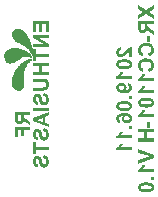
<source format=gbo>
G04*
G04 #@! TF.GenerationSoftware,Altium Limited,Altium Designer,18.1.7 (191)*
G04*
G04 Layer_Color=32896*
%FSLAX24Y24*%
%MOIN*%
G70*
G01*
G75*
%ADD51C,0.0020*%
G36*
X5147Y8218D02*
X4974Y8104D01*
X5147Y7990D01*
Y7866D01*
X4881Y8042D01*
X4635Y7882D01*
Y8002D01*
X4788Y8104D01*
X4635Y8205D01*
Y8326D01*
X4881Y8165D01*
X5147Y8342D01*
Y8218D01*
D02*
G37*
G36*
Y7708D02*
X4933D01*
Y7675D01*
X4934Y7665D01*
X4935Y7656D01*
X4936Y7649D01*
X4937Y7643D01*
X4938Y7639D01*
X4939Y7637D01*
Y7636D01*
X4942Y7630D01*
X4945Y7624D01*
X4949Y7619D01*
X4952Y7614D01*
X4955Y7610D01*
X4958Y7607D01*
X4960Y7606D01*
X4961Y7605D01*
X4964Y7602D01*
X4968Y7598D01*
X4979Y7590D01*
X4991Y7581D01*
X5004Y7572D01*
X5016Y7563D01*
X5022Y7560D01*
X5026Y7557D01*
X5030Y7554D01*
X5033Y7552D01*
X5035Y7551D01*
X5036Y7550D01*
X5147Y7476D01*
Y7352D01*
X5047Y7415D01*
X5037Y7421D01*
X5026Y7428D01*
X5018Y7434D01*
X5009Y7440D01*
X5002Y7445D01*
X4995Y7449D01*
X4984Y7458D01*
X4975Y7465D01*
X4969Y7469D01*
X4965Y7473D01*
X4964Y7474D01*
X4955Y7482D01*
X4947Y7492D01*
X4941Y7501D01*
X4934Y7509D01*
X4929Y7517D01*
X4925Y7523D01*
X4922Y7527D01*
X4921Y7528D01*
Y7529D01*
X4919Y7516D01*
X4916Y7505D01*
X4913Y7495D01*
X4910Y7484D01*
X4906Y7475D01*
X4902Y7467D01*
X4898Y7459D01*
X4894Y7452D01*
X4890Y7447D01*
X4887Y7441D01*
X4883Y7437D01*
X4880Y7434D01*
X4878Y7431D01*
X4876Y7429D01*
X4875Y7428D01*
X4874Y7427D01*
X4867Y7421D01*
X4859Y7416D01*
X4843Y7407D01*
X4827Y7401D01*
X4812Y7398D01*
X4799Y7395D01*
X4793Y7394D01*
X4788D01*
X4785Y7393D01*
X4781D01*
X4779D01*
X4779D01*
X4762Y7394D01*
X4747Y7397D01*
X4733Y7401D01*
X4722Y7404D01*
X4712Y7409D01*
X4705Y7412D01*
X4702Y7414D01*
X4700Y7415D01*
X4699Y7416D01*
X4699D01*
X4686Y7425D01*
X4676Y7435D01*
X4668Y7444D01*
X4660Y7454D01*
X4656Y7463D01*
X4652Y7469D01*
X4650Y7474D01*
X4649Y7475D01*
Y7475D01*
X4647Y7483D01*
X4645Y7491D01*
X4641Y7509D01*
X4639Y7529D01*
X4636Y7549D01*
Y7558D01*
X4636Y7566D01*
Y7575D01*
X4635Y7581D01*
Y7812D01*
X5147D01*
Y7708D01*
D02*
G37*
G36*
X5010Y7115D02*
X4912D01*
Y7308D01*
X5010D01*
Y7115D01*
D02*
G37*
G36*
X4918Y7075D02*
X4938Y7073D01*
X4958Y7070D01*
X4976Y7065D01*
X4993Y7061D01*
X5009Y7055D01*
X5024Y7049D01*
X5036Y7043D01*
X5048Y7037D01*
X5058Y7031D01*
X5066Y7025D01*
X5074Y7021D01*
X5079Y7017D01*
X5083Y7014D01*
X5086Y7011D01*
X5086Y7011D01*
X5099Y6998D01*
X5109Y6985D01*
X5119Y6971D01*
X5126Y6957D01*
X5133Y6943D01*
X5139Y6929D01*
X5143Y6915D01*
X5147Y6903D01*
X5150Y6890D01*
X5152Y6879D01*
X5154Y6869D01*
X5155Y6860D01*
X5155Y6853D01*
X5156Y6848D01*
Y6843D01*
X5155Y6828D01*
X5155Y6814D01*
X5152Y6800D01*
X5149Y6787D01*
X5146Y6775D01*
X5143Y6764D01*
X5140Y6754D01*
X5135Y6744D01*
X5132Y6736D01*
X5128Y6729D01*
X5125Y6722D01*
X5122Y6717D01*
X5119Y6712D01*
X5117Y6709D01*
X5116Y6708D01*
X5115Y6707D01*
X5107Y6698D01*
X5098Y6689D01*
X5078Y6672D01*
X5058Y6659D01*
X5038Y6649D01*
X5028Y6644D01*
X5019Y6641D01*
X5011Y6638D01*
X5004Y6635D01*
X4998Y6633D01*
X4994Y6631D01*
X4991Y6630D01*
X4990D01*
X4959Y6731D01*
X4979Y6737D01*
X4996Y6744D01*
X5010Y6750D01*
X5022Y6758D01*
X5031Y6764D01*
X5037Y6769D01*
X5041Y6772D01*
X5042Y6774D01*
X5051Y6786D01*
X5057Y6798D01*
X5061Y6809D01*
X5065Y6820D01*
X5066Y6829D01*
X5067Y6838D01*
X5068Y6840D01*
Y6844D01*
X5067Y6855D01*
X5066Y6864D01*
X5061Y6882D01*
X5055Y6897D01*
X5047Y6910D01*
X5040Y6920D01*
X5034Y6928D01*
X5031Y6931D01*
X5029Y6933D01*
X5028Y6934D01*
X5027Y6934D01*
X5019Y6940D01*
X5009Y6946D01*
X4999Y6951D01*
X4988Y6954D01*
X4965Y6960D01*
X4942Y6965D01*
X4931Y6966D01*
X4921Y6967D01*
X4912Y6968D01*
X4904D01*
X4898Y6969D01*
X4893D01*
X4889D01*
X4888D01*
X4871Y6968D01*
X4856Y6968D01*
X4841Y6966D01*
X4828Y6964D01*
X4816Y6961D01*
X4805Y6958D01*
X4796Y6955D01*
X4787Y6951D01*
X4779Y6949D01*
X4773Y6946D01*
X4767Y6943D01*
X4763Y6940D01*
X4759Y6937D01*
X4757Y6936D01*
X4756Y6934D01*
X4755D01*
X4748Y6928D01*
X4741Y6920D01*
X4736Y6913D01*
X4731Y6905D01*
X4724Y6889D01*
X4719Y6875D01*
X4716Y6862D01*
X4715Y6856D01*
X4714Y6852D01*
X4713Y6847D01*
Y6842D01*
X4714Y6827D01*
X4717Y6814D01*
X4721Y6802D01*
X4725Y6792D01*
X4730Y6783D01*
X4733Y6778D01*
X4736Y6774D01*
X4737Y6772D01*
X4746Y6763D01*
X4756Y6754D01*
X4767Y6747D01*
X4777Y6742D01*
X4786Y6738D01*
X4793Y6736D01*
X4796Y6735D01*
X4798D01*
X4799Y6734D01*
X4799D01*
X4775Y6632D01*
X4753Y6639D01*
X4735Y6647D01*
X4719Y6656D01*
X4705Y6664D01*
X4695Y6672D01*
X4691Y6675D01*
X4687Y6678D01*
X4685Y6681D01*
X4682Y6683D01*
X4681Y6684D01*
Y6684D01*
X4671Y6695D01*
X4662Y6708D01*
X4655Y6720D01*
X4649Y6732D01*
X4643Y6746D01*
X4639Y6758D01*
X4635Y6771D01*
X4632Y6783D01*
X4630Y6794D01*
X4628Y6804D01*
X4627Y6813D01*
X4626Y6821D01*
X4625Y6828D01*
Y6837D01*
X4626Y6856D01*
X4628Y6875D01*
X4632Y6892D01*
X4636Y6909D01*
X4642Y6924D01*
X4648Y6939D01*
X4654Y6951D01*
X4661Y6963D01*
X4668Y6974D01*
X4674Y6983D01*
X4680Y6991D01*
X4685Y6998D01*
X4690Y7003D01*
X4693Y7007D01*
X4696Y7009D01*
X4696Y7010D01*
X4710Y7022D01*
X4725Y7031D01*
X4741Y7040D01*
X4757Y7048D01*
X4774Y7054D01*
X4790Y7060D01*
X4807Y7064D01*
X4822Y7068D01*
X4838Y7071D01*
X4851Y7072D01*
X4864Y7074D01*
X4874Y7075D01*
X4883D01*
X4890Y7076D01*
X4894D01*
X4895D01*
X4895D01*
X4918Y7075D01*
D02*
G37*
G36*
Y6559D02*
X4938Y6556D01*
X4958Y6553D01*
X4976Y6549D01*
X4993Y6544D01*
X5009Y6539D01*
X5024Y6533D01*
X5036Y6527D01*
X5048Y6521D01*
X5058Y6515D01*
X5066Y6509D01*
X5074Y6505D01*
X5079Y6500D01*
X5083Y6497D01*
X5086Y6495D01*
X5086Y6494D01*
X5099Y6482D01*
X5109Y6468D01*
X5119Y6454D01*
X5126Y6440D01*
X5133Y6426D01*
X5139Y6412D01*
X5143Y6399D01*
X5147Y6386D01*
X5150Y6374D01*
X5152Y6362D01*
X5154Y6352D01*
X5155Y6344D01*
X5155Y6337D01*
X5156Y6331D01*
Y6327D01*
X5155Y6311D01*
X5155Y6297D01*
X5152Y6283D01*
X5149Y6271D01*
X5146Y6259D01*
X5143Y6248D01*
X5140Y6237D01*
X5135Y6228D01*
X5132Y6220D01*
X5128Y6212D01*
X5125Y6206D01*
X5122Y6200D01*
X5119Y6196D01*
X5117Y6193D01*
X5116Y6191D01*
X5115Y6191D01*
X5107Y6181D01*
X5098Y6172D01*
X5078Y6156D01*
X5058Y6143D01*
X5038Y6132D01*
X5028Y6128D01*
X5019Y6124D01*
X5011Y6121D01*
X5004Y6118D01*
X4998Y6116D01*
X4994Y6115D01*
X4991Y6114D01*
X4990D01*
X4959Y6214D01*
X4979Y6220D01*
X4996Y6227D01*
X5010Y6234D01*
X5022Y6241D01*
X5031Y6247D01*
X5037Y6252D01*
X5041Y6256D01*
X5042Y6257D01*
X5051Y6269D01*
X5057Y6281D01*
X5061Y6293D01*
X5065Y6303D01*
X5066Y6313D01*
X5067Y6321D01*
X5068Y6324D01*
Y6328D01*
X5067Y6338D01*
X5066Y6348D01*
X5061Y6365D01*
X5055Y6381D01*
X5047Y6394D01*
X5040Y6404D01*
X5034Y6411D01*
X5031Y6414D01*
X5029Y6416D01*
X5028Y6417D01*
X5027Y6418D01*
X5019Y6424D01*
X5009Y6429D01*
X4999Y6434D01*
X4988Y6438D01*
X4965Y6444D01*
X4942Y6448D01*
X4931Y6450D01*
X4921Y6450D01*
X4912Y6452D01*
X4904D01*
X4898Y6453D01*
X4893D01*
X4889D01*
X4888D01*
X4871Y6452D01*
X4856Y6451D01*
X4841Y6450D01*
X4828Y6448D01*
X4816Y6445D01*
X4805Y6442D01*
X4796Y6439D01*
X4787Y6435D01*
X4779Y6432D01*
X4773Y6429D01*
X4767Y6426D01*
X4763Y6423D01*
X4759Y6421D01*
X4757Y6419D01*
X4756Y6418D01*
X4755D01*
X4748Y6411D01*
X4741Y6404D01*
X4736Y6396D01*
X4731Y6388D01*
X4724Y6373D01*
X4719Y6358D01*
X4716Y6345D01*
X4715Y6339D01*
X4714Y6335D01*
X4713Y6331D01*
Y6325D01*
X4714Y6311D01*
X4717Y6297D01*
X4721Y6285D01*
X4725Y6275D01*
X4730Y6267D01*
X4733Y6261D01*
X4736Y6257D01*
X4737Y6256D01*
X4746Y6246D01*
X4756Y6237D01*
X4767Y6231D01*
X4777Y6226D01*
X4786Y6222D01*
X4793Y6220D01*
X4796Y6218D01*
X4798D01*
X4799Y6217D01*
X4799D01*
X4775Y6115D01*
X4753Y6123D01*
X4735Y6131D01*
X4719Y6140D01*
X4705Y6148D01*
X4695Y6156D01*
X4691Y6159D01*
X4687Y6162D01*
X4685Y6164D01*
X4682Y6166D01*
X4681Y6167D01*
Y6168D01*
X4671Y6179D01*
X4662Y6191D01*
X4655Y6203D01*
X4649Y6216D01*
X4643Y6229D01*
X4639Y6242D01*
X4635Y6254D01*
X4632Y6266D01*
X4630Y6277D01*
X4628Y6288D01*
X4627Y6297D01*
X4626Y6305D01*
X4625Y6311D01*
Y6320D01*
X4626Y6339D01*
X4628Y6359D01*
X4632Y6376D01*
X4636Y6393D01*
X4642Y6408D01*
X4648Y6422D01*
X4654Y6435D01*
X4661Y6447D01*
X4668Y6458D01*
X4674Y6467D01*
X4680Y6475D01*
X4685Y6482D01*
X4690Y6487D01*
X4693Y6490D01*
X4696Y6493D01*
X4696Y6493D01*
X4710Y6505D01*
X4725Y6515D01*
X4741Y6524D01*
X4757Y6531D01*
X4774Y6538D01*
X4790Y6543D01*
X4807Y6547D01*
X4822Y6551D01*
X4838Y6554D01*
X4851Y6556D01*
X4864Y6557D01*
X4874Y6559D01*
X4883D01*
X4890Y6559D01*
X4894D01*
X4895D01*
X4895D01*
X4918Y6559D01*
D02*
G37*
G36*
X4840Y5994D02*
X4829Y5970D01*
X4823Y5959D01*
X4816Y5949D01*
X4810Y5939D01*
X4804Y5930D01*
X4799Y5922D01*
X4793Y5915D01*
X4789Y5909D01*
X4785Y5904D01*
X4781Y5899D01*
X4779Y5896D01*
X4777Y5895D01*
X4776Y5894D01*
X5147D01*
Y5796D01*
X4632D01*
Y5876D01*
X4649Y5883D01*
X4665Y5893D01*
X4679Y5903D01*
X4691Y5913D01*
X4701Y5922D01*
X4708Y5930D01*
X4711Y5933D01*
X4713Y5935D01*
X4714Y5937D01*
X4715Y5938D01*
X4727Y5954D01*
X4737Y5969D01*
X4745Y5984D01*
X4751Y5996D01*
X4756Y6006D01*
X4759Y6014D01*
X4760Y6017D01*
X4761Y6019D01*
X4762Y6020D01*
Y6021D01*
X4850D01*
X4840Y5994D01*
D02*
G37*
G36*
Y5596D02*
X4829Y5572D01*
X4823Y5561D01*
X4816Y5551D01*
X4810Y5541D01*
X4804Y5532D01*
X4799Y5524D01*
X4793Y5517D01*
X4789Y5511D01*
X4785Y5506D01*
X4781Y5501D01*
X4779Y5498D01*
X4777Y5497D01*
X4776Y5496D01*
X5147D01*
Y5397D01*
X4632D01*
Y5477D01*
X4649Y5485D01*
X4665Y5494D01*
X4679Y5505D01*
X4691Y5515D01*
X4701Y5524D01*
X4708Y5532D01*
X4711Y5535D01*
X4713Y5537D01*
X4714Y5539D01*
X4715Y5540D01*
X4727Y5556D01*
X4737Y5571D01*
X4745Y5585D01*
X4751Y5598D01*
X4756Y5608D01*
X4759Y5616D01*
X4760Y5619D01*
X4761Y5621D01*
X4762Y5622D01*
Y5622D01*
X4850D01*
X4840Y5596D01*
D02*
G37*
G36*
X4921Y5249D02*
X4945Y5248D01*
X4968Y5246D01*
X4989Y5243D01*
X5007Y5240D01*
X5024Y5236D01*
X5039Y5232D01*
X5052Y5227D01*
X5063Y5224D01*
X5074Y5219D01*
X5082Y5215D01*
X5089Y5212D01*
X5093Y5210D01*
X5097Y5207D01*
X5099Y5206D01*
X5100Y5205D01*
X5110Y5196D01*
X5118Y5187D01*
X5126Y5177D01*
X5132Y5167D01*
X5138Y5157D01*
X5143Y5147D01*
X5146Y5137D01*
X5149Y5127D01*
X5152Y5118D01*
X5154Y5110D01*
X5155Y5103D01*
X5156Y5097D01*
Y5092D01*
X5157Y5087D01*
Y5084D01*
X5156Y5071D01*
X5155Y5059D01*
X5152Y5046D01*
X5149Y5035D01*
X5145Y5025D01*
X5140Y5015D01*
X5135Y5007D01*
X5130Y4999D01*
X5126Y4992D01*
X5120Y4985D01*
X5116Y4980D01*
X5112Y4976D01*
X5109Y4973D01*
X5106Y4970D01*
X5105Y4969D01*
X5104Y4968D01*
X5092Y4959D01*
X5077Y4952D01*
X5061Y4945D01*
X5044Y4939D01*
X5027Y4934D01*
X5010Y4931D01*
X4992Y4927D01*
X4975Y4924D01*
X4959Y4922D01*
X4944Y4921D01*
X4930Y4919D01*
X4918Y4919D01*
X4909Y4918D01*
X4901D01*
X4898D01*
X4896D01*
X4895D01*
X4895D01*
X4868Y4919D01*
X4844Y4920D01*
X4821Y4922D01*
X4801Y4926D01*
X4782Y4930D01*
X4765Y4933D01*
X4749Y4939D01*
X4736Y4943D01*
X4723Y4948D01*
X4713Y4952D01*
X4705Y4956D01*
X4697Y4960D01*
X4692Y4964D01*
X4688Y4966D01*
X4686Y4968D01*
X4685Y4968D01*
X4676Y4976D01*
X4668Y4985D01*
X4661Y4995D01*
X4654Y5005D01*
X4649Y5014D01*
X4645Y5024D01*
X4642Y5033D01*
X4639Y5042D01*
X4636Y5051D01*
X4635Y5059D01*
X4634Y5066D01*
X4633Y5072D01*
X4632Y5077D01*
Y5084D01*
X4633Y5098D01*
X4634Y5110D01*
X4637Y5123D01*
X4640Y5134D01*
X4645Y5144D01*
X4649Y5154D01*
X4654Y5162D01*
X4659Y5170D01*
X4664Y5177D01*
X4668Y5184D01*
X4673Y5189D01*
X4677Y5192D01*
X4680Y5196D01*
X4683Y5198D01*
X4685Y5200D01*
X4685Y5201D01*
X4698Y5210D01*
X4713Y5217D01*
X4728Y5224D01*
X4745Y5229D01*
X4762Y5234D01*
X4779Y5238D01*
X4796Y5241D01*
X4813Y5244D01*
X4830Y5246D01*
X4844Y5247D01*
X4859Y5249D01*
X4870Y5249D01*
X4880Y5250D01*
X4887D01*
X4890D01*
X4893D01*
X4893D01*
X4894D01*
X4921Y5249D01*
D02*
G37*
G36*
X4840Y4800D02*
X4829Y4776D01*
X4823Y4765D01*
X4816Y4754D01*
X4810Y4745D01*
X4804Y4736D01*
X4799Y4728D01*
X4793Y4720D01*
X4789Y4714D01*
X4785Y4709D01*
X4781Y4705D01*
X4779Y4702D01*
X4777Y4700D01*
X4776Y4700D01*
X5147D01*
Y4601D01*
X4632D01*
Y4681D01*
X4649Y4689D01*
X4665Y4698D01*
X4679Y4709D01*
X4691Y4719D01*
X4701Y4728D01*
X4708Y4736D01*
X4711Y4739D01*
X4713Y4741D01*
X4714Y4743D01*
X4715Y4743D01*
X4727Y4760D01*
X4737Y4775D01*
X4745Y4789D01*
X4751Y4802D01*
X4756Y4812D01*
X4759Y4820D01*
X4760Y4822D01*
X4761Y4825D01*
X4762Y4825D01*
Y4826D01*
X4850D01*
X4840Y4800D01*
D02*
G37*
G36*
X5010Y4251D02*
X4912D01*
Y4444D01*
X5010D01*
Y4251D01*
D02*
G37*
G36*
X5147Y4090D02*
X4923D01*
Y3888D01*
X5147D01*
Y3784D01*
X4635D01*
Y3888D01*
X4836D01*
Y4090D01*
X4635D01*
Y4193D01*
X5147D01*
Y4090D01*
D02*
G37*
G36*
Y3347D02*
Y3235D01*
X4635Y3053D01*
Y3163D01*
X5014Y3288D01*
X4635Y3419D01*
Y3530D01*
X5147Y3347D01*
D02*
G37*
G36*
X4840Y2970D02*
X4829Y2947D01*
X4823Y2935D01*
X4816Y2925D01*
X4810Y2916D01*
X4804Y2907D01*
X4799Y2898D01*
X4793Y2891D01*
X4789Y2885D01*
X4785Y2880D01*
X4781Y2876D01*
X4779Y2873D01*
X4777Y2871D01*
X4776Y2870D01*
X5147D01*
Y2772D01*
X4632D01*
Y2852D01*
X4649Y2859D01*
X4665Y2869D01*
X4679Y2879D01*
X4691Y2890D01*
X4701Y2898D01*
X4708Y2907D01*
X4711Y2910D01*
X4713Y2912D01*
X4714Y2913D01*
X4715Y2914D01*
X4727Y2930D01*
X4737Y2946D01*
X4745Y2960D01*
X4751Y2972D01*
X4756Y2983D01*
X4759Y2990D01*
X4760Y2993D01*
X4761Y2995D01*
X4762Y2996D01*
Y2997D01*
X4850D01*
X4840Y2970D01*
D02*
G37*
G36*
X5147Y2506D02*
X5049D01*
Y2604D01*
X5147D01*
Y2506D01*
D02*
G37*
G36*
X4921Y2425D02*
X4945Y2423D01*
X4968Y2421D01*
X4989Y2418D01*
X5007Y2415D01*
X5024Y2412D01*
X5039Y2407D01*
X5052Y2403D01*
X5063Y2399D01*
X5074Y2395D01*
X5082Y2391D01*
X5089Y2387D01*
X5093Y2385D01*
X5097Y2383D01*
X5099Y2381D01*
X5100Y2380D01*
X5110Y2372D01*
X5118Y2362D01*
X5126Y2352D01*
X5132Y2342D01*
X5138Y2332D01*
X5143Y2322D01*
X5146Y2312D01*
X5149Y2303D01*
X5152Y2294D01*
X5154Y2286D01*
X5155Y2278D01*
X5156Y2272D01*
Y2267D01*
X5157Y2263D01*
Y2260D01*
X5156Y2247D01*
X5155Y2234D01*
X5152Y2221D01*
X5149Y2210D01*
X5145Y2200D01*
X5140Y2190D01*
X5135Y2182D01*
X5130Y2174D01*
X5126Y2167D01*
X5120Y2161D01*
X5116Y2156D01*
X5112Y2151D01*
X5109Y2148D01*
X5106Y2146D01*
X5105Y2144D01*
X5104Y2144D01*
X5092Y2135D01*
X5077Y2127D01*
X5061Y2120D01*
X5044Y2115D01*
X5027Y2110D01*
X5010Y2106D01*
X4992Y2102D01*
X4975Y2099D01*
X4959Y2098D01*
X4944Y2096D01*
X4930Y2095D01*
X4918Y2094D01*
X4909Y2093D01*
X4901D01*
X4898D01*
X4896D01*
X4895D01*
X4895D01*
X4868Y2094D01*
X4844Y2096D01*
X4821Y2098D01*
X4801Y2102D01*
X4782Y2105D01*
X4765Y2109D01*
X4749Y2114D01*
X4736Y2119D01*
X4723Y2123D01*
X4713Y2127D01*
X4705Y2132D01*
X4697Y2136D01*
X4692Y2139D01*
X4688Y2141D01*
X4686Y2143D01*
X4685Y2144D01*
X4676Y2152D01*
X4668Y2161D01*
X4661Y2170D01*
X4654Y2180D01*
X4649Y2190D01*
X4645Y2199D01*
X4642Y2208D01*
X4639Y2218D01*
X4636Y2227D01*
X4635Y2234D01*
X4634Y2241D01*
X4633Y2247D01*
X4632Y2252D01*
Y2260D01*
X4633Y2273D01*
X4634Y2286D01*
X4637Y2298D01*
X4640Y2309D01*
X4645Y2320D01*
X4649Y2329D01*
X4654Y2338D01*
X4659Y2346D01*
X4664Y2352D01*
X4668Y2359D01*
X4673Y2364D01*
X4677Y2368D01*
X4680Y2372D01*
X4683Y2374D01*
X4685Y2375D01*
X4685Y2376D01*
X4698Y2385D01*
X4713Y2392D01*
X4728Y2399D01*
X4745Y2405D01*
X4762Y2409D01*
X4779Y2414D01*
X4796Y2417D01*
X4813Y2420D01*
X4830Y2421D01*
X4844Y2423D01*
X4859Y2424D01*
X4870Y2425D01*
X4880Y2426D01*
X4887D01*
X4890D01*
X4893D01*
X4893D01*
X4894D01*
X4921Y2425D01*
D02*
G37*
G36*
X4413Y6594D02*
X4322D01*
Y6790D01*
X4312Y6784D01*
X4304Y6777D01*
X4301Y6774D01*
X4298Y6772D01*
X4296Y6770D01*
X4295Y6770D01*
X4292Y6767D01*
X4289Y6764D01*
X4281Y6755D01*
X4271Y6745D01*
X4261Y6736D01*
X4252Y6726D01*
X4245Y6718D01*
X4242Y6715D01*
X4240Y6713D01*
X4239Y6711D01*
X4238Y6710D01*
X4223Y6694D01*
X4210Y6681D01*
X4198Y6670D01*
X4190Y6661D01*
X4182Y6654D01*
X4177Y6650D01*
X4173Y6647D01*
X4173Y6646D01*
X4160Y6636D01*
X4148Y6628D01*
X4137Y6622D01*
X4127Y6616D01*
X4119Y6612D01*
X4113Y6609D01*
X4109Y6608D01*
X4107Y6607D01*
X4096Y6602D01*
X4084Y6599D01*
X4073Y6597D01*
X4062Y6596D01*
X4054Y6595D01*
X4047Y6594D01*
X4043D01*
X4042D01*
X4030Y6595D01*
X4019Y6596D01*
X4009Y6598D01*
X3999Y6601D01*
X3982Y6608D01*
X3968Y6616D01*
X3961Y6620D01*
X3956Y6624D01*
X3951Y6628D01*
X3947Y6631D01*
X3944Y6634D01*
X3941Y6636D01*
X3940Y6637D01*
X3939Y6638D01*
X3932Y6646D01*
X3925Y6656D01*
X3920Y6665D01*
X3916Y6675D01*
X3908Y6694D01*
X3903Y6713D01*
X3902Y6722D01*
X3900Y6730D01*
X3899Y6738D01*
X3899Y6744D01*
X3898Y6750D01*
Y6757D01*
X3899Y6770D01*
X3899Y6781D01*
X3903Y6804D01*
X3909Y6824D01*
X3912Y6833D01*
X3916Y6841D01*
X3919Y6848D01*
X3922Y6854D01*
X3925Y6860D01*
X3928Y6864D01*
X3931Y6868D01*
X3932Y6870D01*
X3933Y6872D01*
X3934Y6873D01*
X3941Y6881D01*
X3948Y6888D01*
X3957Y6895D01*
X3967Y6901D01*
X3986Y6910D01*
X4005Y6917D01*
X4014Y6919D01*
X4022Y6921D01*
X4030Y6924D01*
X4036Y6924D01*
X4042Y6926D01*
X4046D01*
X4049Y6927D01*
X4050D01*
X4059Y6829D01*
X4045Y6827D01*
X4032Y6824D01*
X4021Y6821D01*
X4013Y6818D01*
X4006Y6815D01*
X4002Y6812D01*
X3999Y6810D01*
X3998Y6809D01*
X3992Y6801D01*
X3988Y6793D01*
X3984Y6785D01*
X3982Y6777D01*
X3980Y6770D01*
X3979Y6764D01*
Y6759D01*
X3980Y6748D01*
X3982Y6739D01*
X3985Y6730D01*
X3988Y6723D01*
X3991Y6718D01*
X3994Y6713D01*
X3996Y6711D01*
X3997Y6710D01*
X4005Y6705D01*
X4013Y6700D01*
X4021Y6697D01*
X4029Y6695D01*
X4036Y6693D01*
X4043Y6693D01*
X4047D01*
X4047D01*
X4048D01*
X4059Y6693D01*
X4070Y6696D01*
X4080Y6699D01*
X4089Y6703D01*
X4097Y6707D01*
X4103Y6710D01*
X4107Y6713D01*
X4108Y6713D01*
X4113Y6716D01*
X4118Y6721D01*
X4124Y6727D01*
X4130Y6733D01*
X4144Y6746D01*
X4158Y6759D01*
X4172Y6773D01*
X4178Y6779D01*
X4182Y6784D01*
X4187Y6789D01*
X4190Y6792D01*
X4192Y6794D01*
X4193Y6795D01*
X4207Y6810D01*
X4220Y6823D01*
X4232Y6836D01*
X4244Y6847D01*
X4255Y6857D01*
X4265Y6866D01*
X4274Y6874D01*
X4283Y6881D01*
X4290Y6887D01*
X4297Y6892D01*
X4302Y6896D01*
X4307Y6899D01*
X4310Y6902D01*
X4313Y6904D01*
X4315Y6905D01*
X4315D01*
X4332Y6915D01*
X4350Y6922D01*
X4366Y6928D01*
X4381Y6932D01*
X4395Y6935D01*
X4400Y6936D01*
X4404Y6937D01*
X4408Y6938D01*
X4411Y6938D01*
X4412D01*
X4413D01*
Y6594D01*
D02*
G37*
G36*
X4187Y6527D02*
X4211Y6525D01*
X4234Y6523D01*
X4255Y6520D01*
X4273Y6517D01*
X4290Y6514D01*
X4305Y6509D01*
X4318Y6505D01*
X4329Y6501D01*
X4340Y6497D01*
X4348Y6493D01*
X4355Y6489D01*
X4359Y6487D01*
X4363Y6485D01*
X4365Y6483D01*
X4366Y6483D01*
X4376Y6474D01*
X4384Y6464D01*
X4392Y6454D01*
X4398Y6444D01*
X4404Y6434D01*
X4409Y6424D01*
X4412Y6414D01*
X4415Y6405D01*
X4418Y6396D01*
X4420Y6388D01*
X4421Y6380D01*
X4422Y6374D01*
Y6369D01*
X4423Y6365D01*
Y6362D01*
X4422Y6349D01*
X4420Y6336D01*
X4417Y6323D01*
X4415Y6312D01*
X4411Y6302D01*
X4406Y6292D01*
X4401Y6284D01*
X4396Y6276D01*
X4392Y6269D01*
X4386Y6263D01*
X4382Y6258D01*
X4378Y6253D01*
X4375Y6250D01*
X4372Y6248D01*
X4371Y6246D01*
X4370Y6246D01*
X4358Y6237D01*
X4343Y6229D01*
X4327Y6222D01*
X4310Y6217D01*
X4293Y6212D01*
X4276Y6208D01*
X4258Y6204D01*
X4241Y6201D01*
X4225Y6200D01*
X4210Y6198D01*
X4196Y6197D01*
X4184Y6196D01*
X4175Y6195D01*
X4167D01*
X4164D01*
X4162D01*
X4161D01*
X4161D01*
X4134Y6196D01*
X4110Y6198D01*
X4087Y6200D01*
X4067Y6204D01*
X4047Y6207D01*
X4030Y6211D01*
X4015Y6216D01*
X4002Y6221D01*
X3989Y6225D01*
X3979Y6229D01*
X3971Y6234D01*
X3963Y6238D01*
X3958Y6241D01*
X3954Y6244D01*
X3952Y6245D01*
X3951Y6246D01*
X3942Y6254D01*
X3934Y6263D01*
X3927Y6272D01*
X3920Y6282D01*
X3915Y6292D01*
X3911Y6301D01*
X3908Y6310D01*
X3905Y6320D01*
X3902Y6329D01*
X3901Y6336D01*
X3899Y6343D01*
X3899Y6349D01*
X3898Y6355D01*
Y6362D01*
X3899Y6375D01*
X3900Y6388D01*
X3903Y6400D01*
X3906Y6411D01*
X3911Y6422D01*
X3915Y6431D01*
X3919Y6440D01*
X3925Y6448D01*
X3930Y6454D01*
X3934Y6461D01*
X3939Y6466D01*
X3943Y6470D01*
X3946Y6474D01*
X3949Y6476D01*
X3951Y6477D01*
X3951Y6478D01*
X3964Y6487D01*
X3979Y6494D01*
X3994Y6501D01*
X4010Y6507D01*
X4028Y6511D01*
X4045Y6516D01*
X4062Y6519D01*
X4079Y6522D01*
X4096Y6523D01*
X4110Y6525D01*
X4124Y6526D01*
X4136Y6527D01*
X4146Y6528D01*
X4153D01*
X4156D01*
X4158D01*
X4159D01*
X4160D01*
X4187Y6527D01*
D02*
G37*
G36*
X4106Y6077D02*
X4095Y6053D01*
X4089Y6042D01*
X4082Y6032D01*
X4076Y6022D01*
X4070Y6013D01*
X4065Y6005D01*
X4059Y5998D01*
X4055Y5992D01*
X4050Y5987D01*
X4047Y5982D01*
X4045Y5979D01*
X4043Y5978D01*
X4042Y5977D01*
X4413D01*
Y5879D01*
X3898D01*
Y5959D01*
X3915Y5966D01*
X3931Y5976D01*
X3945Y5986D01*
X3957Y5996D01*
X3967Y6005D01*
X3974Y6013D01*
X3977Y6016D01*
X3979Y6019D01*
X3980Y6020D01*
X3981Y6021D01*
X3993Y6037D01*
X4003Y6053D01*
X4011Y6067D01*
X4017Y6079D01*
X4022Y6090D01*
X4025Y6097D01*
X4026Y6100D01*
X4027Y6102D01*
X4028Y6103D01*
Y6104D01*
X4116D01*
X4106Y6077D01*
D02*
G37*
G36*
X4086Y5738D02*
X4099Y5737D01*
X4112Y5735D01*
X4123Y5732D01*
X4134Y5728D01*
X4144Y5725D01*
X4153Y5721D01*
X4161Y5717D01*
X4169Y5713D01*
X4176Y5709D01*
X4181Y5706D01*
X4186Y5702D01*
X4189Y5699D01*
X4192Y5697D01*
X4193Y5696D01*
X4194Y5695D01*
X4202Y5687D01*
X4210Y5678D01*
X4215Y5669D01*
X4221Y5660D01*
X4225Y5652D01*
X4230Y5643D01*
X4235Y5627D01*
X4238Y5613D01*
X4239Y5607D01*
X4240Y5602D01*
X4241Y5597D01*
Y5592D01*
X4240Y5581D01*
X4238Y5572D01*
X4237Y5563D01*
X4234Y5554D01*
X4227Y5538D01*
X4219Y5524D01*
X4211Y5514D01*
X4207Y5509D01*
X4204Y5506D01*
X4201Y5503D01*
X4199Y5501D01*
X4198Y5500D01*
X4198Y5499D01*
X4213Y5501D01*
X4228Y5502D01*
X4241Y5504D01*
X4253Y5506D01*
X4264Y5508D01*
X4273Y5510D01*
X4281Y5512D01*
X4289Y5515D01*
X4295Y5518D01*
X4301Y5519D01*
X4305Y5521D01*
X4308Y5523D01*
X4311Y5524D01*
X4312Y5526D01*
X4314Y5526D01*
X4323Y5535D01*
X4329Y5543D01*
X4335Y5552D01*
X4338Y5560D01*
X4340Y5567D01*
X4341Y5572D01*
X4341Y5576D01*
Y5578D01*
X4341Y5586D01*
X4339Y5594D01*
X4337Y5600D01*
X4335Y5606D01*
X4332Y5610D01*
X4330Y5613D01*
X4329Y5615D01*
X4328Y5616D01*
X4322Y5621D01*
X4315Y5625D01*
X4308Y5628D01*
X4301Y5630D01*
X4295Y5632D01*
X4289Y5633D01*
X4286Y5634D01*
X4284D01*
X4295Y5728D01*
X4307Y5726D01*
X4318Y5723D01*
X4328Y5720D01*
X4337Y5717D01*
X4346Y5713D01*
X4354Y5709D01*
X4361Y5705D01*
X4367Y5701D01*
X4372Y5697D01*
X4378Y5694D01*
X4381Y5690D01*
X4385Y5687D01*
X4387Y5685D01*
X4389Y5683D01*
X4390Y5682D01*
X4391Y5681D01*
X4397Y5674D01*
X4401Y5666D01*
X4409Y5650D01*
X4415Y5634D01*
X4419Y5619D01*
X4421Y5605D01*
X4422Y5599D01*
Y5594D01*
X4423Y5590D01*
Y5584D01*
X4422Y5569D01*
X4420Y5555D01*
X4417Y5541D01*
X4413Y5528D01*
X4408Y5516D01*
X4403Y5505D01*
X4398Y5495D01*
X4392Y5486D01*
X4386Y5478D01*
X4380Y5470D01*
X4375Y5464D01*
X4370Y5459D01*
X4366Y5455D01*
X4363Y5452D01*
X4361Y5450D01*
X4361Y5449D01*
X4348Y5440D01*
X4334Y5432D01*
X4318Y5425D01*
X4303Y5419D01*
X4286Y5414D01*
X4269Y5410D01*
X4252Y5407D01*
X4235Y5404D01*
X4220Y5401D01*
X4206Y5400D01*
X4193Y5398D01*
X4181Y5398D01*
X4171Y5397D01*
X4164D01*
X4161D01*
X4159D01*
X4158D01*
X4158D01*
X4133Y5398D01*
X4110Y5399D01*
X4088Y5401D01*
X4068Y5405D01*
X4050Y5409D01*
X4034Y5412D01*
X4019Y5418D01*
X4006Y5422D01*
X3995Y5427D01*
X3985Y5431D01*
X3977Y5435D01*
X3971Y5439D01*
X3965Y5443D01*
X3962Y5445D01*
X3959Y5447D01*
X3959Y5447D01*
X3948Y5457D01*
X3939Y5467D01*
X3931Y5478D01*
X3924Y5488D01*
X3918Y5499D01*
X3913Y5509D01*
X3909Y5520D01*
X3905Y5530D01*
X3903Y5539D01*
X3901Y5548D01*
X3899Y5555D01*
X3899Y5562D01*
Y5568D01*
X3898Y5572D01*
Y5575D01*
X3899Y5589D01*
X3900Y5600D01*
X3902Y5612D01*
X3905Y5623D01*
X3909Y5634D01*
X3914Y5643D01*
X3917Y5653D01*
X3922Y5660D01*
X3927Y5668D01*
X3931Y5674D01*
X3935Y5680D01*
X3939Y5685D01*
X3942Y5689D01*
X3944Y5691D01*
X3945Y5692D01*
X3946Y5693D01*
X3956Y5701D01*
X3965Y5708D01*
X3976Y5714D01*
X3986Y5720D01*
X3996Y5724D01*
X4008Y5728D01*
X4028Y5733D01*
X4036Y5735D01*
X4045Y5737D01*
X4053Y5737D01*
X4059Y5738D01*
X4065Y5739D01*
X4069D01*
X4072D01*
X4073D01*
X4086Y5738D01*
D02*
G37*
G36*
X4413Y5214D02*
X4315D01*
Y5313D01*
X4413D01*
Y5214D01*
D02*
G37*
G36*
X4187Y5134D02*
X4211Y5132D01*
X4234Y5130D01*
X4255Y5127D01*
X4273Y5124D01*
X4290Y5120D01*
X4305Y5116D01*
X4318Y5111D01*
X4329Y5108D01*
X4340Y5103D01*
X4348Y5099D01*
X4355Y5096D01*
X4359Y5094D01*
X4363Y5091D01*
X4365Y5090D01*
X4366Y5089D01*
X4376Y5080D01*
X4384Y5071D01*
X4392Y5061D01*
X4398Y5051D01*
X4404Y5041D01*
X4409Y5031D01*
X4412Y5021D01*
X4415Y5011D01*
X4418Y5003D01*
X4420Y4994D01*
X4421Y4987D01*
X4422Y4981D01*
Y4976D01*
X4423Y4971D01*
Y4968D01*
X4422Y4955D01*
X4420Y4943D01*
X4417Y4930D01*
X4415Y4919D01*
X4411Y4909D01*
X4406Y4899D01*
X4401Y4891D01*
X4396Y4883D01*
X4392Y4876D01*
X4386Y4869D01*
X4382Y4864D01*
X4378Y4860D01*
X4375Y4857D01*
X4372Y4855D01*
X4371Y4853D01*
X4370Y4852D01*
X4358Y4843D01*
X4343Y4836D01*
X4327Y4829D01*
X4310Y4823D01*
X4293Y4818D01*
X4276Y4815D01*
X4258Y4811D01*
X4241Y4808D01*
X4225Y4806D01*
X4210Y4805D01*
X4196Y4803D01*
X4184Y4803D01*
X4175Y4802D01*
X4167D01*
X4164D01*
X4162D01*
X4161D01*
X4161D01*
X4134Y4803D01*
X4110Y4804D01*
X4087Y4806D01*
X4067Y4810D01*
X4047Y4814D01*
X4030Y4818D01*
X4015Y4823D01*
X4002Y4827D01*
X3989Y4832D01*
X3979Y4836D01*
X3971Y4840D01*
X3963Y4844D01*
X3958Y4848D01*
X3954Y4850D01*
X3952Y4852D01*
X3951Y4852D01*
X3942Y4860D01*
X3934Y4869D01*
X3927Y4879D01*
X3920Y4889D01*
X3915Y4898D01*
X3911Y4908D01*
X3908Y4917D01*
X3905Y4926D01*
X3902Y4935D01*
X3901Y4943D01*
X3899Y4950D01*
X3899Y4956D01*
X3898Y4961D01*
Y4968D01*
X3899Y4982D01*
X3900Y4994D01*
X3903Y5007D01*
X3906Y5018D01*
X3911Y5028D01*
X3915Y5038D01*
X3919Y5046D01*
X3925Y5054D01*
X3930Y5061D01*
X3934Y5068D01*
X3939Y5073D01*
X3943Y5077D01*
X3946Y5080D01*
X3949Y5082D01*
X3951Y5084D01*
X3951Y5085D01*
X3964Y5094D01*
X3979Y5101D01*
X3994Y5108D01*
X4010Y5114D01*
X4028Y5118D01*
X4045Y5122D01*
X4062Y5125D01*
X4079Y5128D01*
X4096Y5130D01*
X4110Y5131D01*
X4124Y5133D01*
X4136Y5134D01*
X4146Y5134D01*
X4153D01*
X4156D01*
X4158D01*
X4159D01*
X4160D01*
X4187Y5134D01*
D02*
G37*
G36*
X4190Y4735D02*
X4213Y4734D01*
X4234Y4732D01*
X4253Y4728D01*
X4272Y4724D01*
X4288Y4721D01*
X4302Y4716D01*
X4315Y4711D01*
X4326Y4707D01*
X4336Y4702D01*
X4344Y4698D01*
X4351Y4694D01*
X4356Y4691D01*
X4360Y4689D01*
X4362Y4687D01*
X4363Y4687D01*
X4373Y4677D01*
X4383Y4667D01*
X4391Y4656D01*
X4398Y4645D01*
X4403Y4635D01*
X4408Y4624D01*
X4412Y4613D01*
X4415Y4604D01*
X4417Y4594D01*
X4420Y4586D01*
X4420Y4578D01*
X4422Y4571D01*
Y4566D01*
X4423Y4562D01*
Y4559D01*
X4422Y4545D01*
X4420Y4533D01*
X4418Y4521D01*
X4415Y4510D01*
X4412Y4499D01*
X4408Y4489D01*
X4403Y4480D01*
X4399Y4472D01*
X4395Y4465D01*
X4390Y4459D01*
X4386Y4453D01*
X4383Y4448D01*
X4380Y4445D01*
X4378Y4442D01*
X4376Y4441D01*
X4375Y4440D01*
X4366Y4432D01*
X4356Y4425D01*
X4346Y4419D01*
X4335Y4413D01*
X4325Y4408D01*
X4315Y4405D01*
X4294Y4399D01*
X4285Y4397D01*
X4276Y4396D01*
X4269Y4395D01*
X4262Y4394D01*
X4256Y4394D01*
X4252D01*
X4250D01*
X4249D01*
X4235Y4394D01*
X4222Y4396D01*
X4210Y4398D01*
X4198Y4400D01*
X4187Y4404D01*
X4178Y4408D01*
X4168Y4411D01*
X4160Y4416D01*
X4153Y4420D01*
X4146Y4424D01*
X4141Y4428D01*
X4136Y4431D01*
X4132Y4433D01*
X4130Y4436D01*
X4128Y4437D01*
X4127Y4438D01*
X4119Y4446D01*
X4112Y4455D01*
X4105Y4464D01*
X4100Y4473D01*
X4096Y4482D01*
X4092Y4490D01*
X4086Y4507D01*
X4084Y4514D01*
X4082Y4522D01*
X4082Y4527D01*
X4081Y4533D01*
X4080Y4537D01*
Y4543D01*
X4081Y4553D01*
X4082Y4563D01*
X4084Y4572D01*
X4087Y4581D01*
X4094Y4596D01*
X4102Y4610D01*
X4110Y4620D01*
X4113Y4624D01*
X4117Y4628D01*
X4120Y4631D01*
X4121Y4633D01*
X4123Y4634D01*
X4124Y4635D01*
X4108Y4633D01*
X4093Y4632D01*
X4080Y4630D01*
X4068Y4628D01*
X4058Y4626D01*
X4048Y4624D01*
X4040Y4621D01*
X4033Y4618D01*
X4026Y4616D01*
X4021Y4615D01*
X4016Y4613D01*
X4013Y4611D01*
X4010Y4610D01*
X4009Y4608D01*
X4008Y4607D01*
X3998Y4599D01*
X3991Y4590D01*
X3986Y4581D01*
X3983Y4573D01*
X3981Y4566D01*
X3980Y4560D01*
X3979Y4556D01*
Y4555D01*
X3980Y4547D01*
X3982Y4539D01*
X3984Y4532D01*
X3986Y4527D01*
X3989Y4522D01*
X3991Y4519D01*
X3993Y4517D01*
X3993Y4516D01*
X3999Y4511D01*
X4006Y4507D01*
X4013Y4504D01*
X4020Y4502D01*
X4027Y4500D01*
X4032Y4499D01*
X4035Y4498D01*
X4036D01*
X4026Y4403D01*
X4004Y4408D01*
X3985Y4416D01*
X3969Y4424D01*
X3955Y4432D01*
X3945Y4440D01*
X3941Y4443D01*
X3937Y4447D01*
X3935Y4449D01*
X3933Y4451D01*
X3931Y4452D01*
Y4453D01*
X3925Y4460D01*
X3920Y4468D01*
X3912Y4484D01*
X3906Y4500D01*
X3902Y4515D01*
X3899Y4528D01*
X3899Y4534D01*
Y4539D01*
X3898Y4543D01*
Y4549D01*
X3899Y4564D01*
X3901Y4579D01*
X3904Y4593D01*
X3908Y4605D01*
X3913Y4617D01*
X3918Y4629D01*
X3924Y4638D01*
X3929Y4648D01*
X3935Y4656D01*
X3941Y4664D01*
X3946Y4670D01*
X3951Y4675D01*
X3955Y4679D01*
X3958Y4682D01*
X3960Y4684D01*
X3961Y4684D01*
X3973Y4693D01*
X3988Y4701D01*
X4003Y4708D01*
X4019Y4714D01*
X4036Y4719D01*
X4053Y4724D01*
X4070Y4727D01*
X4086Y4729D01*
X4102Y4732D01*
X4116Y4733D01*
X4130Y4735D01*
X4141Y4735D01*
X4151Y4736D01*
X4158D01*
X4161D01*
X4163D01*
X4164D01*
X4164D01*
X4190Y4735D01*
D02*
G37*
G36*
X4413Y4219D02*
X4315D01*
Y4317D01*
X4413D01*
Y4219D01*
D02*
G37*
G36*
X4106Y4086D02*
X4095Y4063D01*
X4089Y4052D01*
X4082Y4041D01*
X4076Y4032D01*
X4070Y4023D01*
X4065Y4015D01*
X4059Y4007D01*
X4055Y4001D01*
X4050Y3996D01*
X4047Y3992D01*
X4045Y3989D01*
X4043Y3987D01*
X4042Y3987D01*
X4413D01*
Y3888D01*
X3898D01*
Y3968D01*
X3915Y3975D01*
X3931Y3985D01*
X3945Y3995D01*
X3957Y4006D01*
X3967Y4015D01*
X3974Y4023D01*
X3977Y4026D01*
X3979Y4028D01*
X3980Y4029D01*
X3981Y4030D01*
X3993Y4046D01*
X4003Y4062D01*
X4011Y4076D01*
X4017Y4089D01*
X4022Y4099D01*
X4025Y4106D01*
X4026Y4109D01*
X4027Y4112D01*
X4028Y4112D01*
Y4113D01*
X4116D01*
X4106Y4086D01*
D02*
G37*
G36*
Y3688D02*
X4095Y3665D01*
X4089Y3654D01*
X4082Y3643D01*
X4076Y3634D01*
X4070Y3625D01*
X4065Y3617D01*
X4059Y3609D01*
X4055Y3603D01*
X4050Y3598D01*
X4047Y3594D01*
X4045Y3591D01*
X4043Y3589D01*
X4042Y3588D01*
X4413D01*
Y3490D01*
X3898D01*
Y3570D01*
X3915Y3577D01*
X3931Y3587D01*
X3945Y3597D01*
X3957Y3608D01*
X3967Y3617D01*
X3974Y3625D01*
X3977Y3628D01*
X3979Y3630D01*
X3980Y3631D01*
X3981Y3632D01*
X3993Y3648D01*
X4003Y3664D01*
X4011Y3678D01*
X4017Y3691D01*
X4022Y3701D01*
X4025Y3708D01*
X4026Y3711D01*
X4027Y3713D01*
X4028Y3714D01*
Y3715D01*
X4116D01*
X4106Y3688D01*
D02*
G37*
G36*
X1641Y7420D02*
X1555D01*
Y7702D01*
X1418D01*
Y7449D01*
X1333D01*
Y7702D01*
X1222D01*
Y7430D01*
X1136D01*
Y7804D01*
X1641D01*
Y7420D01*
D02*
G37*
G36*
Y7239D02*
X1308D01*
X1641Y7035D01*
Y6932D01*
X1136D01*
Y7026D01*
X1476D01*
X1136Y7235D01*
Y7333D01*
X1641D01*
Y7239D01*
D02*
G37*
G36*
X1222Y6711D02*
X1641D01*
Y6609D01*
X1222D01*
Y6460D01*
X1136D01*
Y6860D01*
X1222D01*
Y6711D01*
D02*
G37*
G36*
X1641Y6292D02*
X1420D01*
Y6093D01*
X1641D01*
Y5991D01*
X1136D01*
Y6093D01*
X1335D01*
Y6292D01*
X1136D01*
Y6394D01*
X1641D01*
Y6292D01*
D02*
G37*
G36*
X1436Y5886D02*
X1450D01*
X1462Y5885D01*
X1474Y5884D01*
X1484Y5883D01*
X1493Y5883D01*
X1502Y5881D01*
X1509Y5881D01*
X1516Y5880D01*
X1522Y5879D01*
X1526Y5878D01*
X1530Y5878D01*
X1532D01*
X1534Y5877D01*
X1534D01*
X1545Y5873D01*
X1555Y5870D01*
X1565Y5864D01*
X1573Y5860D01*
X1580Y5856D01*
X1586Y5852D01*
X1589Y5849D01*
X1590Y5848D01*
X1600Y5840D01*
X1609Y5830D01*
X1616Y5820D01*
X1622Y5811D01*
X1628Y5803D01*
X1631Y5795D01*
X1633Y5791D01*
X1634Y5790D01*
Y5789D01*
X1637Y5782D01*
X1639Y5774D01*
X1644Y5756D01*
X1647Y5738D01*
X1648Y5720D01*
X1649Y5712D01*
X1649Y5704D01*
Y5698D01*
X1650Y5691D01*
Y5679D01*
X1649Y5658D01*
X1648Y5639D01*
X1645Y5622D01*
X1642Y5609D01*
X1641Y5603D01*
X1640Y5597D01*
X1638Y5593D01*
X1637Y5589D01*
X1636Y5586D01*
X1636Y5584D01*
X1635Y5583D01*
Y5582D01*
X1629Y5569D01*
X1622Y5558D01*
X1615Y5547D01*
X1609Y5539D01*
X1603Y5532D01*
X1598Y5527D01*
X1595Y5524D01*
X1594Y5523D01*
X1584Y5515D01*
X1573Y5509D01*
X1563Y5504D01*
X1552Y5499D01*
X1544Y5496D01*
X1536Y5494D01*
X1534Y5493D01*
X1532D01*
X1531Y5493D01*
X1531D01*
X1523Y5491D01*
X1514Y5490D01*
X1504Y5488D01*
X1495Y5488D01*
X1473Y5486D01*
X1452Y5485D01*
X1442D01*
X1433D01*
X1424Y5484D01*
X1417D01*
X1411D01*
X1406D01*
X1403D01*
X1402D01*
X1136D01*
Y5586D01*
X1416D01*
X1427D01*
X1437D01*
X1447Y5587D01*
X1456D01*
X1463Y5587D01*
X1470D01*
X1477Y5588D01*
X1482D01*
X1491Y5590D01*
X1498Y5590D01*
X1501Y5591D01*
X1503D01*
X1512Y5593D01*
X1520Y5597D01*
X1528Y5601D01*
X1534Y5606D01*
X1539Y5610D01*
X1543Y5614D01*
X1545Y5617D01*
X1546Y5617D01*
X1552Y5626D01*
X1556Y5637D01*
X1559Y5647D01*
X1561Y5658D01*
X1563Y5668D01*
X1563Y5675D01*
Y5682D01*
X1563Y5698D01*
X1560Y5711D01*
X1558Y5722D01*
X1554Y5733D01*
X1551Y5740D01*
X1548Y5746D01*
X1546Y5749D01*
X1545Y5750D01*
X1538Y5758D01*
X1529Y5765D01*
X1521Y5770D01*
X1513Y5774D01*
X1506Y5777D01*
X1500Y5779D01*
X1496Y5781D01*
X1495D01*
X1491Y5781D01*
X1486Y5782D01*
X1480D01*
X1474Y5783D01*
X1460Y5784D01*
X1445D01*
X1432Y5784D01*
X1426D01*
X1421D01*
X1416D01*
X1413D01*
X1411D01*
X1410D01*
X1136D01*
Y5886D01*
X1406D01*
X1421D01*
X1436Y5886D01*
D02*
G37*
G36*
X1492Y5401D02*
X1507Y5398D01*
X1520Y5394D01*
X1533Y5390D01*
X1544Y5385D01*
X1555Y5380D01*
X1565Y5375D01*
X1574Y5369D01*
X1581Y5364D01*
X1587Y5359D01*
X1593Y5355D01*
X1598Y5351D01*
X1602Y5348D01*
X1604Y5345D01*
X1606Y5343D01*
X1606Y5343D01*
X1614Y5332D01*
X1621Y5321D01*
X1627Y5310D01*
X1632Y5297D01*
X1636Y5286D01*
X1639Y5273D01*
X1644Y5249D01*
X1647Y5238D01*
X1648Y5228D01*
X1649Y5219D01*
X1649Y5211D01*
X1650Y5205D01*
Y5195D01*
X1649Y5172D01*
X1647Y5151D01*
X1644Y5132D01*
X1643Y5124D01*
X1641Y5116D01*
X1639Y5109D01*
X1638Y5103D01*
X1636Y5098D01*
X1635Y5094D01*
X1633Y5090D01*
X1633Y5088D01*
X1632Y5087D01*
Y5086D01*
X1624Y5070D01*
X1615Y5057D01*
X1606Y5044D01*
X1597Y5035D01*
X1589Y5028D01*
X1582Y5022D01*
X1577Y5019D01*
X1577Y5017D01*
X1576D01*
X1561Y5009D01*
X1547Y5003D01*
X1534Y4998D01*
X1520Y4996D01*
X1510Y4994D01*
X1505Y4993D01*
X1501Y4993D01*
X1499D01*
X1496D01*
X1495D01*
X1494D01*
X1477Y4993D01*
X1461Y4996D01*
X1447Y4999D01*
X1436Y5003D01*
X1426Y5006D01*
X1420Y5010D01*
X1415Y5012D01*
X1414Y5013D01*
X1402Y5021D01*
X1392Y5030D01*
X1383Y5040D01*
X1376Y5049D01*
X1370Y5057D01*
X1366Y5063D01*
X1363Y5068D01*
X1362Y5068D01*
Y5069D01*
X1359Y5076D01*
X1355Y5084D01*
X1348Y5101D01*
X1343Y5119D01*
X1337Y5137D01*
X1335Y5145D01*
X1332Y5153D01*
X1330Y5160D01*
X1329Y5166D01*
X1327Y5171D01*
X1326Y5175D01*
X1326Y5178D01*
Y5178D01*
X1322Y5192D01*
X1319Y5203D01*
X1316Y5214D01*
X1313Y5224D01*
X1310Y5232D01*
X1308Y5240D01*
X1305Y5247D01*
X1302Y5253D01*
X1300Y5258D01*
X1298Y5262D01*
X1297Y5265D01*
X1295Y5267D01*
X1293Y5271D01*
X1292Y5272D01*
X1287Y5277D01*
X1282Y5281D01*
X1277Y5283D01*
X1272Y5284D01*
X1268Y5286D01*
X1265Y5286D01*
X1262D01*
X1262D01*
X1254Y5286D01*
X1248Y5284D01*
X1243Y5281D01*
X1238Y5278D01*
X1235Y5275D01*
X1232Y5273D01*
X1231Y5271D01*
X1230Y5270D01*
X1224Y5260D01*
X1219Y5249D01*
X1216Y5238D01*
X1213Y5227D01*
X1212Y5217D01*
X1211Y5209D01*
Y5202D01*
X1212Y5186D01*
X1214Y5173D01*
X1217Y5162D01*
X1220Y5154D01*
X1223Y5146D01*
X1226Y5141D01*
X1228Y5138D01*
X1229Y5138D01*
X1236Y5130D01*
X1245Y5124D01*
X1254Y5119D01*
X1263Y5115D01*
X1271Y5112D01*
X1278Y5111D01*
X1283Y5109D01*
X1283D01*
X1284D01*
X1281Y5007D01*
X1267Y5008D01*
X1256Y5010D01*
X1244Y5013D01*
X1234Y5017D01*
X1224Y5020D01*
X1214Y5025D01*
X1206Y5029D01*
X1198Y5033D01*
X1192Y5039D01*
X1186Y5043D01*
X1181Y5047D01*
X1176Y5051D01*
X1173Y5054D01*
X1171Y5056D01*
X1170Y5057D01*
X1169Y5058D01*
X1162Y5068D01*
X1155Y5078D01*
X1149Y5089D01*
X1144Y5100D01*
X1141Y5112D01*
X1137Y5124D01*
X1132Y5147D01*
X1130Y5158D01*
X1129Y5168D01*
X1128Y5177D01*
X1127Y5185D01*
X1127Y5192D01*
Y5200D01*
X1127Y5221D01*
X1130Y5240D01*
X1133Y5257D01*
X1135Y5272D01*
X1138Y5278D01*
X1139Y5284D01*
X1141Y5289D01*
X1142Y5293D01*
X1144Y5296D01*
X1144Y5298D01*
X1145Y5299D01*
Y5300D01*
X1152Y5315D01*
X1160Y5327D01*
X1169Y5338D01*
X1177Y5347D01*
X1184Y5354D01*
X1190Y5359D01*
X1195Y5362D01*
X1195Y5363D01*
X1196D01*
X1208Y5370D01*
X1222Y5375D01*
X1234Y5379D01*
X1245Y5381D01*
X1254Y5383D01*
X1262Y5384D01*
X1265D01*
X1267D01*
X1267D01*
X1268D01*
X1279Y5383D01*
X1290Y5382D01*
X1300Y5380D01*
X1309Y5377D01*
X1326Y5369D01*
X1342Y5361D01*
X1348Y5357D01*
X1353Y5353D01*
X1359Y5349D01*
X1363Y5345D01*
X1366Y5343D01*
X1368Y5340D01*
X1370Y5339D01*
X1370Y5338D01*
X1375Y5332D01*
X1380Y5324D01*
X1386Y5316D01*
X1390Y5306D01*
X1399Y5288D01*
X1406Y5269D01*
X1409Y5259D01*
X1412Y5251D01*
X1414Y5243D01*
X1416Y5237D01*
X1418Y5232D01*
X1419Y5227D01*
X1420Y5224D01*
Y5224D01*
X1423Y5212D01*
X1426Y5202D01*
X1428Y5192D01*
X1430Y5184D01*
X1432Y5176D01*
X1434Y5170D01*
X1436Y5164D01*
X1437Y5159D01*
X1438Y5154D01*
X1439Y5151D01*
X1441Y5146D01*
X1442Y5143D01*
Y5142D01*
X1446Y5133D01*
X1450Y5125D01*
X1453Y5119D01*
X1457Y5114D01*
X1460Y5110D01*
X1462Y5108D01*
X1464Y5106D01*
X1464Y5106D01*
X1469Y5102D01*
X1474Y5099D01*
X1480Y5098D01*
X1484Y5096D01*
X1488Y5095D01*
X1492Y5095D01*
X1494D01*
X1495D01*
X1505Y5095D01*
X1514Y5098D01*
X1523Y5103D01*
X1530Y5107D01*
X1536Y5112D01*
X1540Y5116D01*
X1543Y5119D01*
X1544Y5120D01*
X1550Y5130D01*
X1555Y5142D01*
X1559Y5154D01*
X1561Y5166D01*
X1563Y5177D01*
X1564Y5186D01*
Y5194D01*
X1563Y5211D01*
X1560Y5225D01*
X1557Y5238D01*
X1552Y5248D01*
X1548Y5257D01*
X1544Y5263D01*
X1542Y5267D01*
X1541Y5268D01*
X1531Y5278D01*
X1520Y5285D01*
X1507Y5291D01*
X1495Y5296D01*
X1484Y5299D01*
X1475Y5302D01*
X1472Y5303D01*
X1469D01*
X1468Y5304D01*
X1467D01*
X1477Y5403D01*
X1492Y5401D01*
D02*
G37*
G36*
X1641Y4807D02*
X1136D01*
Y4909D01*
X1641D01*
Y4807D01*
D02*
G37*
G36*
X1026Y4679D02*
X815D01*
Y4646D01*
X816Y4636D01*
X817Y4627D01*
X818Y4620D01*
X819Y4614D01*
X820Y4611D01*
X821Y4608D01*
Y4608D01*
X824Y4602D01*
X827Y4596D01*
X830Y4591D01*
X833Y4586D01*
X837Y4582D01*
X840Y4579D01*
X841Y4578D01*
X842Y4577D01*
X846Y4574D01*
X849Y4570D01*
X860Y4562D01*
X872Y4554D01*
X885Y4544D01*
X897Y4536D01*
X903Y4533D01*
X907Y4530D01*
X911Y4527D01*
X914Y4525D01*
X916Y4524D01*
X917Y4523D01*
X1026Y4450D01*
Y4328D01*
X927Y4390D01*
X917Y4396D01*
X907Y4403D01*
X898Y4409D01*
X890Y4414D01*
X883Y4420D01*
X876Y4424D01*
X865Y4433D01*
X856Y4439D01*
X850Y4444D01*
X847Y4447D01*
X846Y4448D01*
X837Y4456D01*
X829Y4466D01*
X822Y4474D01*
X816Y4483D01*
X811Y4490D01*
X807Y4496D01*
X804Y4501D01*
X803Y4501D01*
Y4502D01*
X801Y4490D01*
X798Y4479D01*
X795Y4468D01*
X792Y4458D01*
X788Y4449D01*
X785Y4441D01*
X781Y4433D01*
X777Y4427D01*
X773Y4421D01*
X769Y4416D01*
X766Y4412D01*
X763Y4409D01*
X760Y4406D01*
X758Y4404D01*
X758Y4403D01*
X757Y4402D01*
X750Y4396D01*
X742Y4391D01*
X726Y4382D01*
X711Y4377D01*
X696Y4373D01*
X682Y4370D01*
X677Y4369D01*
X672D01*
X669Y4369D01*
X665D01*
X664D01*
X663D01*
X647Y4369D01*
X631Y4372D01*
X618Y4376D01*
X607Y4379D01*
X597Y4384D01*
X590Y4388D01*
X588Y4389D01*
X586Y4390D01*
X585Y4391D01*
X584D01*
X572Y4400D01*
X561Y4409D01*
X553Y4419D01*
X546Y4428D01*
X542Y4437D01*
X538Y4444D01*
X536Y4448D01*
X535Y4449D01*
Y4449D01*
X533Y4457D01*
X531Y4465D01*
X527Y4483D01*
X525Y4503D01*
X523Y4522D01*
Y4531D01*
X522Y4539D01*
Y4547D01*
X521Y4554D01*
Y4781D01*
X1026D01*
Y4679D01*
D02*
G37*
G36*
X1641Y4654D02*
X1526Y4612D01*
Y4409D01*
X1641Y4366D01*
Y4256D01*
X1136Y4458D01*
Y4566D01*
X1641Y4761D01*
Y4654D01*
D02*
G37*
G36*
X1026Y4170D02*
X812D01*
Y3960D01*
X726D01*
Y4170D01*
X607D01*
Y3926D01*
X521D01*
Y4272D01*
X1026D01*
Y4170D01*
D02*
G37*
G36*
X1492Y4226D02*
X1507Y4223D01*
X1520Y4218D01*
X1533Y4215D01*
X1544Y4210D01*
X1555Y4205D01*
X1565Y4199D01*
X1574Y4194D01*
X1581Y4189D01*
X1587Y4184D01*
X1593Y4180D01*
X1598Y4175D01*
X1602Y4172D01*
X1604Y4170D01*
X1606Y4168D01*
X1606Y4167D01*
X1614Y4157D01*
X1621Y4146D01*
X1627Y4135D01*
X1632Y4122D01*
X1636Y4110D01*
X1639Y4098D01*
X1644Y4074D01*
X1647Y4063D01*
X1648Y4053D01*
X1649Y4044D01*
X1649Y4036D01*
X1650Y4030D01*
Y4020D01*
X1649Y3997D01*
X1647Y3976D01*
X1644Y3957D01*
X1643Y3949D01*
X1641Y3941D01*
X1639Y3934D01*
X1638Y3928D01*
X1636Y3923D01*
X1635Y3919D01*
X1633Y3915D01*
X1633Y3913D01*
X1632Y3911D01*
Y3911D01*
X1624Y3895D01*
X1615Y3882D01*
X1606Y3869D01*
X1597Y3860D01*
X1589Y3852D01*
X1582Y3847D01*
X1577Y3844D01*
X1577Y3842D01*
X1576D01*
X1561Y3834D01*
X1547Y3828D01*
X1534Y3823D01*
X1520Y3820D01*
X1510Y3819D01*
X1505Y3818D01*
X1501Y3817D01*
X1499D01*
X1496D01*
X1495D01*
X1494D01*
X1477Y3818D01*
X1461Y3820D01*
X1447Y3824D01*
X1436Y3828D01*
X1426Y3831D01*
X1420Y3835D01*
X1415Y3837D01*
X1414Y3838D01*
X1402Y3846D01*
X1392Y3855D01*
X1383Y3865D01*
X1376Y3874D01*
X1370Y3882D01*
X1366Y3888D01*
X1363Y3893D01*
X1362Y3893D01*
Y3894D01*
X1359Y3901D01*
X1355Y3909D01*
X1348Y3926D01*
X1343Y3944D01*
X1337Y3962D01*
X1335Y3970D01*
X1332Y3978D01*
X1330Y3985D01*
X1329Y3991D01*
X1327Y3996D01*
X1326Y4000D01*
X1326Y4003D01*
Y4003D01*
X1322Y4016D01*
X1319Y4028D01*
X1316Y4039D01*
X1313Y4049D01*
X1310Y4057D01*
X1308Y4065D01*
X1305Y4072D01*
X1302Y4078D01*
X1300Y4083D01*
X1298Y4086D01*
X1297Y4090D01*
X1295Y4092D01*
X1293Y4096D01*
X1292Y4097D01*
X1287Y4102D01*
X1282Y4105D01*
X1277Y4108D01*
X1272Y4109D01*
X1268Y4110D01*
X1265Y4111D01*
X1262D01*
X1262D01*
X1254Y4110D01*
X1248Y4109D01*
X1243Y4106D01*
X1238Y4103D01*
X1235Y4100D01*
X1232Y4097D01*
X1231Y4096D01*
X1230Y4095D01*
X1224Y4085D01*
X1219Y4074D01*
X1216Y4062D01*
X1213Y4051D01*
X1212Y4042D01*
X1211Y4034D01*
Y4027D01*
X1212Y4011D01*
X1214Y3998D01*
X1217Y3987D01*
X1220Y3979D01*
X1223Y3971D01*
X1226Y3966D01*
X1228Y3963D01*
X1229Y3963D01*
X1236Y3955D01*
X1245Y3949D01*
X1254Y3944D01*
X1263Y3940D01*
X1271Y3937D01*
X1278Y3936D01*
X1283Y3934D01*
X1283D01*
X1284D01*
X1281Y3832D01*
X1267Y3833D01*
X1256Y3835D01*
X1244Y3838D01*
X1234Y3841D01*
X1224Y3845D01*
X1214Y3850D01*
X1206Y3854D01*
X1198Y3858D01*
X1192Y3863D01*
X1186Y3868D01*
X1181Y3872D01*
X1176Y3876D01*
X1173Y3879D01*
X1171Y3881D01*
X1170Y3882D01*
X1169Y3883D01*
X1162Y3893D01*
X1155Y3903D01*
X1149Y3914D01*
X1144Y3925D01*
X1141Y3937D01*
X1137Y3949D01*
X1132Y3972D01*
X1130Y3983D01*
X1129Y3992D01*
X1128Y4002D01*
X1127Y4010D01*
X1127Y4016D01*
Y4025D01*
X1127Y4046D01*
X1130Y4065D01*
X1133Y4082D01*
X1135Y4097D01*
X1138Y4103D01*
X1139Y4109D01*
X1141Y4113D01*
X1142Y4118D01*
X1144Y4121D01*
X1144Y4123D01*
X1145Y4124D01*
Y4125D01*
X1152Y4140D01*
X1160Y4152D01*
X1169Y4163D01*
X1177Y4172D01*
X1184Y4179D01*
X1190Y4183D01*
X1195Y4187D01*
X1195Y4188D01*
X1196D01*
X1208Y4195D01*
X1222Y4200D01*
X1234Y4204D01*
X1245Y4206D01*
X1254Y4207D01*
X1262Y4209D01*
X1265D01*
X1267D01*
X1267D01*
X1268D01*
X1279Y4208D01*
X1290Y4207D01*
X1300Y4205D01*
X1309Y4202D01*
X1326Y4194D01*
X1342Y4186D01*
X1348Y4182D01*
X1353Y4178D01*
X1359Y4174D01*
X1363Y4170D01*
X1366Y4167D01*
X1368Y4165D01*
X1370Y4164D01*
X1370Y4163D01*
X1375Y4156D01*
X1380Y4148D01*
X1386Y4140D01*
X1390Y4131D01*
X1399Y4113D01*
X1406Y4094D01*
X1409Y4084D01*
X1412Y4076D01*
X1414Y4068D01*
X1416Y4062D01*
X1418Y4057D01*
X1419Y4052D01*
X1420Y4049D01*
Y4049D01*
X1423Y4037D01*
X1426Y4027D01*
X1428Y4017D01*
X1430Y4008D01*
X1432Y4001D01*
X1434Y3995D01*
X1436Y3989D01*
X1437Y3984D01*
X1438Y3979D01*
X1439Y3976D01*
X1441Y3971D01*
X1442Y3968D01*
Y3967D01*
X1446Y3957D01*
X1450Y3950D01*
X1453Y3944D01*
X1457Y3938D01*
X1460Y3935D01*
X1462Y3933D01*
X1464Y3931D01*
X1464Y3930D01*
X1469Y3927D01*
X1474Y3924D01*
X1480Y3922D01*
X1484Y3921D01*
X1488Y3920D01*
X1492Y3920D01*
X1494D01*
X1495D01*
X1505Y3920D01*
X1514Y3923D01*
X1523Y3928D01*
X1530Y3932D01*
X1536Y3937D01*
X1540Y3941D01*
X1543Y3944D01*
X1544Y3945D01*
X1550Y3955D01*
X1555Y3967D01*
X1559Y3979D01*
X1561Y3991D01*
X1563Y4002D01*
X1564Y4011D01*
Y4019D01*
X1563Y4035D01*
X1560Y4050D01*
X1557Y4062D01*
X1552Y4073D01*
X1548Y4082D01*
X1544Y4088D01*
X1542Y4092D01*
X1541Y4093D01*
X1531Y4102D01*
X1520Y4110D01*
X1507Y4116D01*
X1495Y4121D01*
X1484Y4124D01*
X1475Y4127D01*
X1472Y4128D01*
X1469D01*
X1468Y4129D01*
X1467D01*
X1477Y4228D01*
X1492Y4226D01*
D02*
G37*
G36*
X1222Y3617D02*
X1641D01*
Y3515D01*
X1222D01*
Y3366D01*
X1136D01*
Y3766D01*
X1222D01*
Y3617D01*
D02*
G37*
G36*
X1492Y3325D02*
X1507Y3322D01*
X1520Y3317D01*
X1533Y3314D01*
X1544Y3309D01*
X1555Y3303D01*
X1565Y3298D01*
X1574Y3293D01*
X1581Y3288D01*
X1587Y3283D01*
X1593Y3279D01*
X1598Y3274D01*
X1602Y3271D01*
X1604Y3268D01*
X1606Y3267D01*
X1606Y3266D01*
X1614Y3256D01*
X1621Y3245D01*
X1627Y3234D01*
X1632Y3221D01*
X1636Y3209D01*
X1639Y3197D01*
X1644Y3173D01*
X1647Y3162D01*
X1648Y3152D01*
X1649Y3143D01*
X1649Y3135D01*
X1650Y3129D01*
Y3119D01*
X1649Y3096D01*
X1647Y3075D01*
X1644Y3056D01*
X1643Y3048D01*
X1641Y3040D01*
X1639Y3033D01*
X1638Y3027D01*
X1636Y3022D01*
X1635Y3018D01*
X1633Y3014D01*
X1633Y3012D01*
X1632Y3010D01*
Y3010D01*
X1624Y2994D01*
X1615Y2981D01*
X1606Y2968D01*
X1597Y2959D01*
X1589Y2951D01*
X1582Y2946D01*
X1577Y2943D01*
X1577Y2941D01*
X1576D01*
X1561Y2933D01*
X1547Y2927D01*
X1534Y2922D01*
X1520Y2919D01*
X1510Y2918D01*
X1505Y2917D01*
X1501Y2916D01*
X1499D01*
X1496D01*
X1495D01*
X1494D01*
X1477Y2917D01*
X1461Y2919D01*
X1447Y2923D01*
X1436Y2927D01*
X1426Y2930D01*
X1420Y2934D01*
X1415Y2936D01*
X1414Y2937D01*
X1402Y2945D01*
X1392Y2954D01*
X1383Y2964D01*
X1376Y2973D01*
X1370Y2981D01*
X1366Y2987D01*
X1363Y2991D01*
X1362Y2992D01*
Y2993D01*
X1359Y3000D01*
X1355Y3008D01*
X1348Y3025D01*
X1343Y3043D01*
X1337Y3061D01*
X1335Y3069D01*
X1332Y3077D01*
X1330Y3084D01*
X1329Y3090D01*
X1327Y3095D01*
X1326Y3099D01*
X1326Y3102D01*
Y3102D01*
X1322Y3115D01*
X1319Y3127D01*
X1316Y3138D01*
X1313Y3148D01*
X1310Y3156D01*
X1308Y3164D01*
X1305Y3171D01*
X1302Y3177D01*
X1300Y3182D01*
X1298Y3185D01*
X1297Y3189D01*
X1295Y3191D01*
X1293Y3195D01*
X1292Y3196D01*
X1287Y3201D01*
X1282Y3204D01*
X1277Y3207D01*
X1272Y3208D01*
X1268Y3209D01*
X1265Y3210D01*
X1262D01*
X1262D01*
X1254Y3209D01*
X1248Y3208D01*
X1243Y3205D01*
X1238Y3202D01*
X1235Y3199D01*
X1232Y3196D01*
X1231Y3195D01*
X1230Y3194D01*
X1224Y3184D01*
X1219Y3173D01*
X1216Y3161D01*
X1213Y3150D01*
X1212Y3141D01*
X1211Y3133D01*
Y3126D01*
X1212Y3110D01*
X1214Y3097D01*
X1217Y3086D01*
X1220Y3077D01*
X1223Y3070D01*
X1226Y3065D01*
X1228Y3062D01*
X1229Y3061D01*
X1236Y3054D01*
X1245Y3048D01*
X1254Y3043D01*
X1263Y3039D01*
X1271Y3036D01*
X1278Y3034D01*
X1283Y3033D01*
X1283D01*
X1284D01*
X1281Y2931D01*
X1267Y2932D01*
X1256Y2934D01*
X1244Y2937D01*
X1234Y2940D01*
X1224Y2944D01*
X1214Y2948D01*
X1206Y2953D01*
X1198Y2957D01*
X1192Y2962D01*
X1186Y2967D01*
X1181Y2971D01*
X1176Y2975D01*
X1173Y2978D01*
X1171Y2980D01*
X1170Y2981D01*
X1169Y2982D01*
X1162Y2991D01*
X1155Y3002D01*
X1149Y3013D01*
X1144Y3024D01*
X1141Y3036D01*
X1137Y3048D01*
X1132Y3071D01*
X1130Y3082D01*
X1129Y3091D01*
X1128Y3101D01*
X1127Y3109D01*
X1127Y3115D01*
Y3124D01*
X1127Y3145D01*
X1130Y3164D01*
X1133Y3181D01*
X1135Y3196D01*
X1138Y3202D01*
X1139Y3208D01*
X1141Y3212D01*
X1142Y3217D01*
X1144Y3220D01*
X1144Y3222D01*
X1145Y3223D01*
Y3224D01*
X1152Y3239D01*
X1160Y3251D01*
X1169Y3262D01*
X1177Y3271D01*
X1184Y3278D01*
X1190Y3282D01*
X1195Y3286D01*
X1195Y3287D01*
X1196D01*
X1208Y3294D01*
X1222Y3299D01*
X1234Y3303D01*
X1245Y3305D01*
X1254Y3306D01*
X1262Y3308D01*
X1265D01*
X1267D01*
X1267D01*
X1268D01*
X1279Y3307D01*
X1290Y3306D01*
X1300Y3303D01*
X1309Y3301D01*
X1326Y3293D01*
X1342Y3285D01*
X1348Y3281D01*
X1353Y3277D01*
X1359Y3273D01*
X1363Y3269D01*
X1366Y3266D01*
X1368Y3264D01*
X1370Y3263D01*
X1370Y3262D01*
X1375Y3255D01*
X1380Y3247D01*
X1386Y3239D01*
X1390Y3230D01*
X1399Y3212D01*
X1406Y3193D01*
X1409Y3183D01*
X1412Y3175D01*
X1414Y3167D01*
X1416Y3161D01*
X1418Y3155D01*
X1419Y3151D01*
X1420Y3148D01*
Y3147D01*
X1423Y3136D01*
X1426Y3126D01*
X1428Y3116D01*
X1430Y3107D01*
X1432Y3100D01*
X1434Y3094D01*
X1436Y3088D01*
X1437Y3083D01*
X1438Y3078D01*
X1439Y3075D01*
X1441Y3069D01*
X1442Y3067D01*
Y3066D01*
X1446Y3056D01*
X1450Y3049D01*
X1453Y3043D01*
X1457Y3037D01*
X1460Y3034D01*
X1462Y3032D01*
X1464Y3030D01*
X1464Y3029D01*
X1469Y3026D01*
X1474Y3023D01*
X1480Y3021D01*
X1484Y3020D01*
X1488Y3019D01*
X1492Y3018D01*
X1494D01*
X1495D01*
X1505Y3019D01*
X1514Y3022D01*
X1523Y3026D01*
X1530Y3031D01*
X1536Y3036D01*
X1540Y3040D01*
X1543Y3043D01*
X1544Y3044D01*
X1550Y3054D01*
X1555Y3066D01*
X1559Y3078D01*
X1561Y3090D01*
X1563Y3101D01*
X1564Y3110D01*
Y3118D01*
X1563Y3134D01*
X1560Y3149D01*
X1557Y3161D01*
X1552Y3172D01*
X1548Y3181D01*
X1544Y3187D01*
X1542Y3191D01*
X1541Y3192D01*
X1531Y3201D01*
X1520Y3209D01*
X1507Y3215D01*
X1495Y3220D01*
X1484Y3223D01*
X1475Y3226D01*
X1472Y3227D01*
X1469D01*
X1468Y3228D01*
X1467D01*
X1477Y3327D01*
X1492Y3325D01*
D02*
G37*
%LPC*%
G36*
X4852Y7708D02*
X4722D01*
Y7590D01*
X4722Y7583D01*
Y7567D01*
X4723Y7560D01*
Y7556D01*
X4724Y7554D01*
Y7553D01*
X4726Y7544D01*
X4729Y7536D01*
X4732Y7529D01*
X4736Y7524D01*
X4739Y7520D01*
X4742Y7516D01*
X4744Y7515D01*
X4745Y7514D01*
X4750Y7509D01*
X4758Y7506D01*
X4765Y7504D01*
X4771Y7501D01*
X4777Y7501D01*
X4782Y7500D01*
X4785D01*
X4786D01*
X4794Y7501D01*
X4802Y7501D01*
X4808Y7504D01*
X4814Y7505D01*
X4819Y7507D01*
X4821Y7509D01*
X4824Y7510D01*
X4824Y7511D01*
X4830Y7515D01*
X4834Y7520D01*
X4841Y7529D01*
X4843Y7533D01*
X4844Y7537D01*
X4846Y7539D01*
Y7540D01*
X4847Y7543D01*
X4848Y7549D01*
X4849Y7555D01*
X4850Y7562D01*
X4850Y7578D01*
X4851Y7593D01*
X4852Y7608D01*
Y7708D01*
D02*
G37*
G36*
X4917Y5147D02*
X4910D01*
X4904D01*
X4898D01*
X4895D01*
X4895D01*
X4878D01*
X4863Y5146D01*
X4850D01*
X4836Y5145D01*
X4825Y5144D01*
X4814Y5144D01*
X4805Y5143D01*
X4796Y5141D01*
X4789Y5141D01*
X4783Y5140D01*
X4778Y5139D01*
X4773Y5138D01*
X4770Y5138D01*
X4767D01*
X4767Y5137D01*
X4766D01*
X4756Y5134D01*
X4747Y5130D01*
X4740Y5127D01*
X4734Y5124D01*
X4730Y5121D01*
X4728Y5118D01*
X4726Y5117D01*
X4725Y5116D01*
X4722Y5111D01*
X4719Y5105D01*
X4716Y5100D01*
X4715Y5095D01*
X4714Y5091D01*
X4713Y5087D01*
Y5084D01*
X4714Y5078D01*
X4715Y5072D01*
X4717Y5067D01*
X4719Y5062D01*
X4722Y5059D01*
X4723Y5056D01*
X4725Y5054D01*
X4725Y5053D01*
X4730Y5049D01*
X4737Y5044D01*
X4745Y5041D01*
X4752Y5037D01*
X4759Y5035D01*
X4765Y5033D01*
X4769Y5032D01*
X4770Y5031D01*
X4770D01*
X4777Y5030D01*
X4785Y5028D01*
X4795Y5027D01*
X4804Y5025D01*
X4824Y5024D01*
X4845Y5023D01*
X4855Y5022D01*
X4864D01*
X4873Y5022D01*
X4880D01*
X4886D01*
X4891D01*
X4894D01*
X4895D01*
X4911D01*
X4927Y5022D01*
X4941D01*
X4953Y5023D01*
X4965Y5024D01*
X4975Y5025D01*
X4985Y5026D01*
X4993Y5027D01*
X5001Y5027D01*
X5006Y5029D01*
X5012Y5030D01*
X5016Y5030D01*
X5019Y5031D01*
X5022D01*
X5023Y5032D01*
X5024D01*
X5034Y5035D01*
X5042Y5039D01*
X5049Y5042D01*
X5055Y5045D01*
X5059Y5048D01*
X5062Y5051D01*
X5063Y5053D01*
X5064Y5053D01*
X5068Y5059D01*
X5071Y5064D01*
X5072Y5069D01*
X5074Y5074D01*
X5075Y5078D01*
X5075Y5081D01*
Y5084D01*
X5075Y5091D01*
X5074Y5097D01*
X5072Y5102D01*
X5069Y5107D01*
X5068Y5110D01*
X5066Y5113D01*
X5065Y5115D01*
X5064Y5116D01*
X5059Y5120D01*
X5052Y5124D01*
X5045Y5128D01*
X5038Y5132D01*
X5031Y5134D01*
X5025Y5136D01*
X5021Y5137D01*
X5020Y5138D01*
X5012Y5139D01*
X5004Y5141D01*
X4995Y5142D01*
X4986Y5143D01*
X4965Y5144D01*
X4944Y5145D01*
X4935Y5146D01*
X4925D01*
X4917Y5147D01*
D02*
G37*
G36*
Y2322D02*
X4910D01*
X4904D01*
X4898D01*
X4895D01*
X4895D01*
X4878D01*
X4863Y2321D01*
X4850D01*
X4836Y2321D01*
X4825Y2320D01*
X4814Y2319D01*
X4805Y2318D01*
X4796Y2317D01*
X4789Y2316D01*
X4783Y2315D01*
X4778Y2315D01*
X4773Y2314D01*
X4770Y2313D01*
X4767D01*
X4767Y2312D01*
X4766D01*
X4756Y2309D01*
X4747Y2306D01*
X4740Y2303D01*
X4734Y2299D01*
X4730Y2296D01*
X4728Y2294D01*
X4726Y2292D01*
X4725Y2292D01*
X4722Y2287D01*
X4719Y2281D01*
X4716Y2275D01*
X4715Y2270D01*
X4714Y2267D01*
X4713Y2263D01*
Y2260D01*
X4714Y2253D01*
X4715Y2247D01*
X4717Y2242D01*
X4719Y2238D01*
X4722Y2234D01*
X4723Y2231D01*
X4725Y2230D01*
X4725Y2229D01*
X4730Y2224D01*
X4737Y2220D01*
X4745Y2216D01*
X4752Y2213D01*
X4759Y2210D01*
X4765Y2208D01*
X4769Y2207D01*
X4770Y2207D01*
X4770D01*
X4777Y2205D01*
X4785Y2204D01*
X4795Y2202D01*
X4804Y2201D01*
X4824Y2199D01*
X4845Y2198D01*
X4855Y2198D01*
X4864D01*
X4873Y2197D01*
X4880D01*
X4886D01*
X4891D01*
X4894D01*
X4895D01*
X4911D01*
X4927Y2198D01*
X4941D01*
X4953Y2198D01*
X4965Y2199D01*
X4975Y2200D01*
X4985Y2201D01*
X4993Y2202D01*
X5001Y2203D01*
X5006Y2204D01*
X5012Y2205D01*
X5016Y2206D01*
X5019Y2207D01*
X5022D01*
X5023Y2207D01*
X5024D01*
X5034Y2210D01*
X5042Y2214D01*
X5049Y2218D01*
X5055Y2221D01*
X5059Y2224D01*
X5062Y2227D01*
X5063Y2228D01*
X5064Y2229D01*
X5068Y2234D01*
X5071Y2239D01*
X5072Y2244D01*
X5074Y2250D01*
X5075Y2253D01*
X5075Y2257D01*
Y2260D01*
X5075Y2267D01*
X5074Y2272D01*
X5072Y2278D01*
X5069Y2282D01*
X5068Y2286D01*
X5066Y2289D01*
X5065Y2290D01*
X5064Y2291D01*
X5059Y2295D01*
X5052Y2300D01*
X5045Y2304D01*
X5038Y2307D01*
X5031Y2309D01*
X5025Y2312D01*
X5021Y2312D01*
X5020Y2313D01*
X5012Y2315D01*
X5004Y2316D01*
X4995Y2318D01*
X4986Y2318D01*
X4965Y2320D01*
X4944Y2321D01*
X4935Y2321D01*
X4925D01*
X4917Y2322D01*
D02*
G37*
G36*
X4183Y6424D02*
X4176D01*
X4170D01*
X4164D01*
X4161D01*
X4161D01*
X4144D01*
X4129Y6423D01*
X4116D01*
X4102Y6423D01*
X4091Y6422D01*
X4080Y6421D01*
X4071Y6420D01*
X4062Y6419D01*
X4055Y6418D01*
X4049Y6417D01*
X4044Y6417D01*
X4039Y6416D01*
X4036Y6415D01*
X4033D01*
X4033Y6414D01*
X4032D01*
X4022Y6411D01*
X4013Y6408D01*
X4006Y6405D01*
X4000Y6401D01*
X3996Y6398D01*
X3993Y6396D01*
X3992Y6394D01*
X3991Y6394D01*
X3988Y6389D01*
X3985Y6383D01*
X3982Y6377D01*
X3981Y6372D01*
X3980Y6369D01*
X3979Y6365D01*
Y6362D01*
X3980Y6355D01*
X3981Y6349D01*
X3983Y6344D01*
X3985Y6340D01*
X3988Y6336D01*
X3989Y6333D01*
X3991Y6332D01*
X3991Y6331D01*
X3996Y6326D01*
X4003Y6322D01*
X4010Y6318D01*
X4018Y6315D01*
X4025Y6312D01*
X4031Y6310D01*
X4035Y6309D01*
X4036Y6309D01*
X4036D01*
X4043Y6307D01*
X4051Y6306D01*
X4061Y6304D01*
X4070Y6303D01*
X4090Y6301D01*
X4111Y6300D01*
X4121Y6300D01*
X4130D01*
X4139Y6299D01*
X4146D01*
X4152D01*
X4157D01*
X4160D01*
X4161D01*
X4177D01*
X4193Y6300D01*
X4207D01*
X4219Y6300D01*
X4231Y6301D01*
X4241Y6302D01*
X4251Y6303D01*
X4259Y6304D01*
X4267Y6305D01*
X4272Y6306D01*
X4278Y6307D01*
X4282Y6308D01*
X4285Y6309D01*
X4288D01*
X4289Y6309D01*
X4289D01*
X4300Y6312D01*
X4308Y6316D01*
X4315Y6320D01*
X4321Y6323D01*
X4325Y6326D01*
X4328Y6329D01*
X4329Y6330D01*
X4330Y6331D01*
X4334Y6336D01*
X4337Y6341D01*
X4338Y6346D01*
X4340Y6352D01*
X4341Y6355D01*
X4341Y6359D01*
Y6362D01*
X4341Y6369D01*
X4340Y6374D01*
X4338Y6380D01*
X4335Y6384D01*
X4334Y6388D01*
X4332Y6391D01*
X4331Y6392D01*
X4330Y6393D01*
X4325Y6397D01*
X4318Y6402D01*
X4311Y6406D01*
X4304Y6409D01*
X4297Y6411D01*
X4291Y6414D01*
X4287Y6414D01*
X4286Y6415D01*
X4278Y6417D01*
X4270Y6418D01*
X4261Y6420D01*
X4252Y6420D01*
X4231Y6422D01*
X4210Y6423D01*
X4201Y6423D01*
X4191D01*
X4183Y6424D01*
D02*
G37*
G36*
X4081Y5643D02*
X4077D01*
X4075D01*
X4073D01*
X4073D01*
X4056Y5642D01*
X4041Y5640D01*
X4028Y5637D01*
X4019Y5634D01*
X4011Y5631D01*
X4006Y5628D01*
X4002Y5626D01*
X4002Y5625D01*
X3994Y5617D01*
X3989Y5610D01*
X3985Y5603D01*
X3982Y5595D01*
X3981Y5589D01*
X3979Y5584D01*
Y5580D01*
X3981Y5569D01*
X3984Y5560D01*
X3988Y5551D01*
X3993Y5543D01*
X3998Y5538D01*
X4002Y5533D01*
X4005Y5530D01*
X4006Y5529D01*
X4017Y5522D01*
X4029Y5517D01*
X4042Y5512D01*
X4053Y5510D01*
X4065Y5509D01*
X4073Y5507D01*
X4076D01*
X4079D01*
X4080D01*
X4081D01*
X4096Y5508D01*
X4110Y5510D01*
X4121Y5514D01*
X4130Y5517D01*
X4137Y5521D01*
X4142Y5524D01*
X4146Y5526D01*
X4147Y5527D01*
X4154Y5535D01*
X4159Y5543D01*
X4164Y5551D01*
X4166Y5558D01*
X4167Y5565D01*
X4168Y5570D01*
X4169Y5573D01*
Y5575D01*
X4168Y5585D01*
X4165Y5595D01*
X4161Y5603D01*
X4157Y5610D01*
X4153Y5616D01*
X4150Y5620D01*
X4147Y5623D01*
X4146Y5623D01*
X4136Y5630D01*
X4124Y5634D01*
X4113Y5638D01*
X4100Y5640D01*
X4090Y5642D01*
X4081Y5643D01*
D02*
G37*
G36*
X4183Y5031D02*
X4176D01*
X4170D01*
X4164D01*
X4161D01*
X4161D01*
X4144D01*
X4129Y5030D01*
X4116D01*
X4102Y5029D01*
X4091Y5028D01*
X4080Y5028D01*
X4071Y5027D01*
X4062Y5025D01*
X4055Y5025D01*
X4049Y5024D01*
X4044Y5023D01*
X4039Y5023D01*
X4036Y5022D01*
X4033D01*
X4033Y5021D01*
X4032D01*
X4022Y5018D01*
X4013Y5014D01*
X4006Y5011D01*
X4000Y5008D01*
X3996Y5005D01*
X3993Y5003D01*
X3992Y5001D01*
X3991Y5000D01*
X3988Y4995D01*
X3985Y4989D01*
X3982Y4984D01*
X3981Y4979D01*
X3980Y4975D01*
X3979Y4971D01*
Y4968D01*
X3980Y4962D01*
X3981Y4956D01*
X3983Y4951D01*
X3985Y4946D01*
X3988Y4943D01*
X3989Y4940D01*
X3991Y4938D01*
X3991Y4937D01*
X3996Y4933D01*
X4003Y4929D01*
X4010Y4925D01*
X4018Y4921D01*
X4025Y4919D01*
X4031Y4917D01*
X4035Y4916D01*
X4036Y4915D01*
X4036D01*
X4043Y4914D01*
X4051Y4912D01*
X4061Y4911D01*
X4070Y4909D01*
X4090Y4908D01*
X4111Y4907D01*
X4121Y4906D01*
X4130D01*
X4139Y4906D01*
X4146D01*
X4152D01*
X4157D01*
X4160D01*
X4161D01*
X4177D01*
X4193Y4906D01*
X4207D01*
X4219Y4907D01*
X4231Y4908D01*
X4241Y4909D01*
X4251Y4910D01*
X4259Y4911D01*
X4267Y4912D01*
X4272Y4913D01*
X4278Y4914D01*
X4282Y4914D01*
X4285Y4915D01*
X4288D01*
X4289Y4916D01*
X4289D01*
X4300Y4919D01*
X4308Y4923D01*
X4315Y4926D01*
X4321Y4929D01*
X4325Y4932D01*
X4328Y4935D01*
X4329Y4937D01*
X4330Y4937D01*
X4334Y4943D01*
X4337Y4948D01*
X4338Y4953D01*
X4340Y4958D01*
X4341Y4962D01*
X4341Y4966D01*
Y4968D01*
X4341Y4975D01*
X4340Y4981D01*
X4338Y4986D01*
X4335Y4991D01*
X4334Y4994D01*
X4332Y4997D01*
X4331Y4999D01*
X4330Y5000D01*
X4325Y5004D01*
X4318Y5008D01*
X4311Y5012D01*
X4304Y5016D01*
X4297Y5018D01*
X4291Y5020D01*
X4287Y5021D01*
X4286Y5022D01*
X4278Y5023D01*
X4270Y5025D01*
X4261Y5026D01*
X4252Y5027D01*
X4231Y5028D01*
X4210Y5029D01*
X4201Y5030D01*
X4191D01*
X4183Y5031D01*
D02*
G37*
G36*
X4250Y4626D02*
X4246D01*
X4244D01*
X4242D01*
X4241D01*
X4226Y4625D01*
X4213Y4623D01*
X4201Y4620D01*
X4192Y4616D01*
X4185Y4613D01*
X4180Y4610D01*
X4176Y4607D01*
X4176Y4607D01*
X4168Y4599D01*
X4162Y4591D01*
X4158Y4583D01*
X4156Y4576D01*
X4154Y4569D01*
X4153Y4563D01*
Y4559D01*
X4153Y4548D01*
X4156Y4539D01*
X4160Y4530D01*
X4164Y4523D01*
X4169Y4517D01*
X4173Y4513D01*
X4176Y4510D01*
X4176Y4510D01*
X4186Y4503D01*
X4198Y4498D01*
X4210Y4495D01*
X4222Y4492D01*
X4233Y4490D01*
X4242Y4490D01*
X4245D01*
X4248D01*
X4250D01*
X4250D01*
X4267Y4490D01*
X4282Y4493D01*
X4294Y4496D01*
X4304Y4499D01*
X4311Y4502D01*
X4316Y4505D01*
X4320Y4507D01*
X4321Y4508D01*
X4327Y4516D01*
X4332Y4523D01*
X4336Y4531D01*
X4338Y4538D01*
X4340Y4544D01*
X4341Y4550D01*
Y4554D01*
X4340Y4564D01*
X4337Y4574D01*
X4333Y4582D01*
X4328Y4590D01*
X4324Y4596D01*
X4319Y4601D01*
X4316Y4604D01*
X4315Y4604D01*
X4305Y4612D01*
X4293Y4617D01*
X4281Y4621D01*
X4269Y4623D01*
X4258Y4624D01*
X4250Y4626D01*
D02*
G37*
G36*
X735Y4679D02*
X607D01*
Y4562D01*
X607Y4556D01*
Y4540D01*
X608Y4533D01*
Y4529D01*
X609Y4527D01*
Y4526D01*
X611Y4517D01*
X614Y4509D01*
X617Y4503D01*
X621Y4498D01*
X624Y4493D01*
X626Y4490D01*
X629Y4488D01*
X629Y4487D01*
X635Y4483D01*
X642Y4479D01*
X649Y4477D01*
X656Y4475D01*
X661Y4474D01*
X666Y4474D01*
X669D01*
X670D01*
X678Y4474D01*
X685Y4475D01*
X692Y4477D01*
X698Y4479D01*
X702Y4481D01*
X705Y4483D01*
X707Y4484D01*
X708Y4484D01*
X713Y4489D01*
X717Y4493D01*
X724Y4503D01*
X726Y4506D01*
X728Y4510D01*
X729Y4512D01*
Y4513D01*
X730Y4517D01*
X731Y4522D01*
X732Y4528D01*
X733Y4535D01*
X734Y4550D01*
X734Y4565D01*
X735Y4580D01*
Y4679D01*
D02*
G37*
G36*
X1441Y4581D02*
X1254Y4513D01*
X1441Y4442D01*
Y4581D01*
D02*
G37*
%LPD*%
D51*
X158Y6590D02*
Y6690D01*
X178Y6530D02*
Y6730D01*
X198Y6490D02*
Y6770D01*
X218Y6470D02*
Y6790D01*
X238Y6450D02*
Y6810D01*
X258Y6430D02*
Y6830D01*
X278Y6430D02*
Y6830D01*
X298Y6430D02*
Y6850D01*
X318Y6430D02*
Y6850D01*
X338Y6410D02*
Y6870D01*
X358Y6410D02*
Y6870D01*
X378Y6430D02*
Y6870D01*
X398Y6430D02*
Y6890D01*
X418Y7330D02*
Y7390D01*
Y6430D02*
Y6890D01*
X438Y7290D02*
Y7450D01*
Y6430D02*
Y6890D01*
Y5650D02*
Y5950D01*
X458Y7250D02*
Y7470D01*
Y6430D02*
Y6890D01*
Y5610D02*
Y5990D01*
X478Y7210D02*
Y7490D01*
Y6450D02*
Y6890D01*
Y5590D02*
Y6050D01*
X498Y7190D02*
Y7510D01*
Y6450D02*
Y6890D01*
Y5570D02*
Y6090D01*
X518Y7170D02*
Y7510D01*
Y6470D02*
Y6890D01*
Y5550D02*
Y6130D01*
X538Y7150D02*
Y7530D01*
Y6470D02*
Y6890D01*
Y5530D02*
Y6170D01*
X558Y7150D02*
Y7530D01*
Y6490D02*
Y6890D01*
Y5530D02*
Y6190D01*
X578Y7130D02*
Y7550D01*
Y6510D02*
Y6890D01*
Y5510D02*
Y6230D01*
X598Y7110D02*
Y7550D01*
Y6510D02*
Y6890D01*
Y5510D02*
Y6250D01*
X618Y7110D02*
Y7550D01*
Y6530D02*
Y6890D01*
Y5510D02*
Y6270D01*
X638Y7090D02*
Y7550D01*
Y6550D02*
Y6890D01*
Y5510D02*
Y6290D01*
X658Y7090D02*
Y7550D01*
Y6550D02*
Y6870D01*
Y5510D02*
Y6310D01*
X678Y7070D02*
Y7530D01*
Y6570D02*
Y6870D01*
Y5510D02*
Y6330D01*
X698Y7070D02*
Y7530D01*
Y6590D02*
Y6870D01*
Y5510D02*
Y6370D01*
X718Y7050D02*
Y7510D01*
Y6610D02*
Y6870D01*
Y5530D02*
Y6390D01*
X738Y7050D02*
Y7510D01*
Y6610D02*
Y6870D01*
Y5550D02*
Y6390D01*
X758Y7030D02*
Y7490D01*
Y6630D02*
Y6850D01*
Y5570D02*
Y6410D01*
X778Y7030D02*
Y7470D01*
Y6630D02*
Y6850D01*
Y5610D02*
Y6430D01*
X798Y7010D02*
Y7470D01*
Y6650D02*
Y6830D01*
Y5670D02*
Y6450D01*
X818Y6990D02*
Y7430D01*
Y6650D02*
Y6830D01*
Y6170D02*
Y6450D01*
X838Y6990D02*
Y7410D01*
Y6650D02*
Y6810D01*
Y6230D02*
Y6470D01*
X858Y6970D02*
Y7390D01*
Y6650D02*
Y6810D01*
Y6270D02*
Y6470D01*
X878Y6950D02*
Y7370D01*
Y6650D02*
Y6790D01*
Y6310D02*
Y6490D01*
X898Y6930D02*
Y7330D01*
Y6670D02*
Y6790D01*
Y6350D02*
Y6490D01*
X918Y6930D02*
Y7310D01*
Y6650D02*
Y6770D01*
Y6390D02*
Y6510D01*
X938Y6910D02*
Y7270D01*
Y6650D02*
Y6750D01*
Y6410D02*
Y6510D01*
X958Y6890D02*
Y7230D01*
Y6650D02*
Y6730D01*
Y6430D02*
Y6530D01*
X978Y6870D02*
Y7210D01*
Y6650D02*
Y6730D01*
Y6450D02*
Y6530D01*
X998Y6830D02*
Y7170D01*
Y6630D02*
Y6710D01*
Y6470D02*
Y6530D01*
X1018Y6810D02*
Y7110D01*
Y6630D02*
Y6690D01*
Y6490D02*
Y6530D01*
X1038Y6770D02*
Y7070D01*
Y6610D02*
Y6670D01*
Y6510D02*
Y6530D01*
X1058Y6730D02*
Y7010D01*
Y6610D02*
Y6630D01*
Y6510D02*
Y6550D01*
X1078Y6670D02*
Y6890D01*
M02*

</source>
